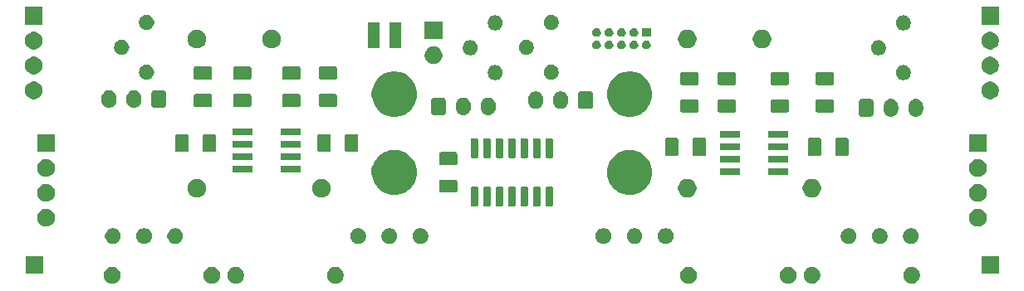
<source format=gts>
G04 #@! TF.GenerationSoftware,KiCad,Pcbnew,(5.1.5-0-10_14)*
G04 #@! TF.CreationDate,2020-01-15T18:19:52+08:00*
G04 #@! TF.ProjectId,vumeter-schematics,76756d65-7465-4722-9d73-6368656d6174,rev?*
G04 #@! TF.SameCoordinates,Original*
G04 #@! TF.FileFunction,Soldermask,Top*
G04 #@! TF.FilePolarity,Negative*
%FSLAX46Y46*%
G04 Gerber Fmt 4.6, Leading zero omitted, Abs format (unit mm)*
G04 Created by KiCad (PCBNEW (5.1.5-0-10_14)) date 2020-01-15 18:19:52*
%MOMM*%
%LPD*%
G04 APERTURE LIST*
%ADD10C,0.100000*%
G04 APERTURE END LIST*
D10*
G36*
X181673228Y-112686703D02*
G01*
X181828100Y-112750853D01*
X181967481Y-112843985D01*
X182086015Y-112962519D01*
X182179147Y-113101900D01*
X182243297Y-113256772D01*
X182276000Y-113421184D01*
X182276000Y-113588816D01*
X182243297Y-113753228D01*
X182179147Y-113908100D01*
X182086015Y-114047481D01*
X181967481Y-114166015D01*
X181828100Y-114259147D01*
X181673228Y-114323297D01*
X181508816Y-114356000D01*
X181341184Y-114356000D01*
X181176772Y-114323297D01*
X181021900Y-114259147D01*
X180882519Y-114166015D01*
X180763985Y-114047481D01*
X180670853Y-113908100D01*
X180606703Y-113753228D01*
X180574000Y-113588816D01*
X180574000Y-113421184D01*
X180606703Y-113256772D01*
X180670853Y-113101900D01*
X180763985Y-112962519D01*
X180882519Y-112843985D01*
X181021900Y-112750853D01*
X181176772Y-112686703D01*
X181341184Y-112654000D01*
X181508816Y-112654000D01*
X181673228Y-112686703D01*
G37*
G36*
X171513228Y-112686703D02*
G01*
X171668100Y-112750853D01*
X171807481Y-112843985D01*
X171926015Y-112962519D01*
X172019147Y-113101900D01*
X172083297Y-113256772D01*
X172116000Y-113421184D01*
X172116000Y-113588816D01*
X172083297Y-113753228D01*
X172019147Y-113908100D01*
X171926015Y-114047481D01*
X171807481Y-114166015D01*
X171668100Y-114259147D01*
X171513228Y-114323297D01*
X171348816Y-114356000D01*
X171181184Y-114356000D01*
X171016772Y-114323297D01*
X170861900Y-114259147D01*
X170722519Y-114166015D01*
X170603985Y-114047481D01*
X170510853Y-113908100D01*
X170446703Y-113753228D01*
X170414000Y-113588816D01*
X170414000Y-113421184D01*
X170446703Y-113256772D01*
X170510853Y-113101900D01*
X170603985Y-112962519D01*
X170722519Y-112843985D01*
X170861900Y-112750853D01*
X171016772Y-112686703D01*
X171181184Y-112654000D01*
X171348816Y-112654000D01*
X171513228Y-112686703D01*
G37*
G36*
X169083228Y-112686703D02*
G01*
X169238100Y-112750853D01*
X169377481Y-112843985D01*
X169496015Y-112962519D01*
X169589147Y-113101900D01*
X169653297Y-113256772D01*
X169686000Y-113421184D01*
X169686000Y-113588816D01*
X169653297Y-113753228D01*
X169589147Y-113908100D01*
X169496015Y-114047481D01*
X169377481Y-114166015D01*
X169238100Y-114259147D01*
X169083228Y-114323297D01*
X168918816Y-114356000D01*
X168751184Y-114356000D01*
X168586772Y-114323297D01*
X168431900Y-114259147D01*
X168292519Y-114166015D01*
X168173985Y-114047481D01*
X168080853Y-113908100D01*
X168016703Y-113753228D01*
X167984000Y-113588816D01*
X167984000Y-113421184D01*
X168016703Y-113256772D01*
X168080853Y-113101900D01*
X168173985Y-112962519D01*
X168292519Y-112843985D01*
X168431900Y-112750853D01*
X168586772Y-112686703D01*
X168751184Y-112654000D01*
X168918816Y-112654000D01*
X169083228Y-112686703D01*
G37*
G36*
X158923228Y-112686703D02*
G01*
X159078100Y-112750853D01*
X159217481Y-112843985D01*
X159336015Y-112962519D01*
X159429147Y-113101900D01*
X159493297Y-113256772D01*
X159526000Y-113421184D01*
X159526000Y-113588816D01*
X159493297Y-113753228D01*
X159429147Y-113908100D01*
X159336015Y-114047481D01*
X159217481Y-114166015D01*
X159078100Y-114259147D01*
X158923228Y-114323297D01*
X158758816Y-114356000D01*
X158591184Y-114356000D01*
X158426772Y-114323297D01*
X158271900Y-114259147D01*
X158132519Y-114166015D01*
X158013985Y-114047481D01*
X157920853Y-113908100D01*
X157856703Y-113753228D01*
X157824000Y-113588816D01*
X157824000Y-113421184D01*
X157856703Y-113256772D01*
X157920853Y-113101900D01*
X158013985Y-112962519D01*
X158132519Y-112843985D01*
X158271900Y-112750853D01*
X158426772Y-112686703D01*
X158591184Y-112654000D01*
X158758816Y-112654000D01*
X158923228Y-112686703D01*
G37*
G36*
X122923228Y-112686703D02*
G01*
X123078100Y-112750853D01*
X123217481Y-112843985D01*
X123336015Y-112962519D01*
X123429147Y-113101900D01*
X123493297Y-113256772D01*
X123526000Y-113421184D01*
X123526000Y-113588816D01*
X123493297Y-113753228D01*
X123429147Y-113908100D01*
X123336015Y-114047481D01*
X123217481Y-114166015D01*
X123078100Y-114259147D01*
X122923228Y-114323297D01*
X122758816Y-114356000D01*
X122591184Y-114356000D01*
X122426772Y-114323297D01*
X122271900Y-114259147D01*
X122132519Y-114166015D01*
X122013985Y-114047481D01*
X121920853Y-113908100D01*
X121856703Y-113753228D01*
X121824000Y-113588816D01*
X121824000Y-113421184D01*
X121856703Y-113256772D01*
X121920853Y-113101900D01*
X122013985Y-112962519D01*
X122132519Y-112843985D01*
X122271900Y-112750853D01*
X122426772Y-112686703D01*
X122591184Y-112654000D01*
X122758816Y-112654000D01*
X122923228Y-112686703D01*
G37*
G36*
X112763228Y-112686703D02*
G01*
X112918100Y-112750853D01*
X113057481Y-112843985D01*
X113176015Y-112962519D01*
X113269147Y-113101900D01*
X113333297Y-113256772D01*
X113366000Y-113421184D01*
X113366000Y-113588816D01*
X113333297Y-113753228D01*
X113269147Y-113908100D01*
X113176015Y-114047481D01*
X113057481Y-114166015D01*
X112918100Y-114259147D01*
X112763228Y-114323297D01*
X112598816Y-114356000D01*
X112431184Y-114356000D01*
X112266772Y-114323297D01*
X112111900Y-114259147D01*
X111972519Y-114166015D01*
X111853985Y-114047481D01*
X111760853Y-113908100D01*
X111696703Y-113753228D01*
X111664000Y-113588816D01*
X111664000Y-113421184D01*
X111696703Y-113256772D01*
X111760853Y-113101900D01*
X111853985Y-112962519D01*
X111972519Y-112843985D01*
X112111900Y-112750853D01*
X112266772Y-112686703D01*
X112431184Y-112654000D01*
X112598816Y-112654000D01*
X112763228Y-112686703D01*
G37*
G36*
X110333228Y-112686703D02*
G01*
X110488100Y-112750853D01*
X110627481Y-112843985D01*
X110746015Y-112962519D01*
X110839147Y-113101900D01*
X110903297Y-113256772D01*
X110936000Y-113421184D01*
X110936000Y-113588816D01*
X110903297Y-113753228D01*
X110839147Y-113908100D01*
X110746015Y-114047481D01*
X110627481Y-114166015D01*
X110488100Y-114259147D01*
X110333228Y-114323297D01*
X110168816Y-114356000D01*
X110001184Y-114356000D01*
X109836772Y-114323297D01*
X109681900Y-114259147D01*
X109542519Y-114166015D01*
X109423985Y-114047481D01*
X109330853Y-113908100D01*
X109266703Y-113753228D01*
X109234000Y-113588816D01*
X109234000Y-113421184D01*
X109266703Y-113256772D01*
X109330853Y-113101900D01*
X109423985Y-112962519D01*
X109542519Y-112843985D01*
X109681900Y-112750853D01*
X109836772Y-112686703D01*
X110001184Y-112654000D01*
X110168816Y-112654000D01*
X110333228Y-112686703D01*
G37*
G36*
X100173228Y-112686703D02*
G01*
X100328100Y-112750853D01*
X100467481Y-112843985D01*
X100586015Y-112962519D01*
X100679147Y-113101900D01*
X100743297Y-113256772D01*
X100776000Y-113421184D01*
X100776000Y-113588816D01*
X100743297Y-113753228D01*
X100679147Y-113908100D01*
X100586015Y-114047481D01*
X100467481Y-114166015D01*
X100328100Y-114259147D01*
X100173228Y-114323297D01*
X100008816Y-114356000D01*
X99841184Y-114356000D01*
X99676772Y-114323297D01*
X99521900Y-114259147D01*
X99382519Y-114166015D01*
X99263985Y-114047481D01*
X99170853Y-113908100D01*
X99106703Y-113753228D01*
X99074000Y-113588816D01*
X99074000Y-113421184D01*
X99106703Y-113256772D01*
X99170853Y-113101900D01*
X99263985Y-112962519D01*
X99382519Y-112843985D01*
X99521900Y-112750853D01*
X99676772Y-112686703D01*
X99841184Y-112654000D01*
X100008816Y-112654000D01*
X100173228Y-112686703D01*
G37*
G36*
X92900000Y-113352000D02*
G01*
X91098000Y-113352000D01*
X91098000Y-111550000D01*
X92900000Y-111550000D01*
X92900000Y-113352000D01*
G37*
G36*
X190326000Y-113352000D02*
G01*
X188524000Y-113352000D01*
X188524000Y-111550000D01*
X190326000Y-111550000D01*
X190326000Y-113352000D01*
G37*
G36*
X103331384Y-108713802D02*
G01*
X103408818Y-108729205D01*
X103554700Y-108789631D01*
X103685990Y-108877356D01*
X103797644Y-108989010D01*
X103885369Y-109120300D01*
X103945795Y-109266182D01*
X103976600Y-109421049D01*
X103976600Y-109578951D01*
X103945795Y-109733818D01*
X103885369Y-109879700D01*
X103797644Y-110010990D01*
X103685990Y-110122644D01*
X103554700Y-110210369D01*
X103408818Y-110270795D01*
X103331385Y-110286197D01*
X103253952Y-110301600D01*
X103096048Y-110301600D01*
X103018615Y-110286197D01*
X102941182Y-110270795D01*
X102795300Y-110210369D01*
X102664010Y-110122644D01*
X102552356Y-110010990D01*
X102464631Y-109879700D01*
X102404205Y-109733818D01*
X102373400Y-109578951D01*
X102373400Y-109421049D01*
X102404205Y-109266182D01*
X102464631Y-109120300D01*
X102552356Y-108989010D01*
X102664010Y-108877356D01*
X102795300Y-108789631D01*
X102941182Y-108729205D01*
X103018616Y-108713802D01*
X103096048Y-108698400D01*
X103253952Y-108698400D01*
X103331384Y-108713802D01*
G37*
G36*
X100156384Y-108713802D02*
G01*
X100233818Y-108729205D01*
X100379700Y-108789631D01*
X100510990Y-108877356D01*
X100622644Y-108989010D01*
X100710369Y-109120300D01*
X100770795Y-109266182D01*
X100801600Y-109421049D01*
X100801600Y-109578951D01*
X100770795Y-109733818D01*
X100710369Y-109879700D01*
X100622644Y-110010990D01*
X100510990Y-110122644D01*
X100379700Y-110210369D01*
X100233818Y-110270795D01*
X100156385Y-110286197D01*
X100078952Y-110301600D01*
X99921048Y-110301600D01*
X99843615Y-110286197D01*
X99766182Y-110270795D01*
X99620300Y-110210369D01*
X99489010Y-110122644D01*
X99377356Y-110010990D01*
X99289631Y-109879700D01*
X99229205Y-109733818D01*
X99198400Y-109578951D01*
X99198400Y-109421049D01*
X99229205Y-109266182D01*
X99289631Y-109120300D01*
X99377356Y-108989010D01*
X99489010Y-108877356D01*
X99620300Y-108789631D01*
X99766182Y-108729205D01*
X99843616Y-108713802D01*
X99921048Y-108698400D01*
X100078952Y-108698400D01*
X100156384Y-108713802D01*
G37*
G36*
X106506384Y-108713802D02*
G01*
X106583818Y-108729205D01*
X106729700Y-108789631D01*
X106860990Y-108877356D01*
X106972644Y-108989010D01*
X107060369Y-109120300D01*
X107120795Y-109266182D01*
X107151600Y-109421049D01*
X107151600Y-109578951D01*
X107120795Y-109733818D01*
X107060369Y-109879700D01*
X106972644Y-110010990D01*
X106860990Y-110122644D01*
X106729700Y-110210369D01*
X106583818Y-110270795D01*
X106506385Y-110286197D01*
X106428952Y-110301600D01*
X106271048Y-110301600D01*
X106193615Y-110286197D01*
X106116182Y-110270795D01*
X105970300Y-110210369D01*
X105839010Y-110122644D01*
X105727356Y-110010990D01*
X105639631Y-109879700D01*
X105579205Y-109733818D01*
X105548400Y-109578951D01*
X105548400Y-109421049D01*
X105579205Y-109266182D01*
X105639631Y-109120300D01*
X105727356Y-108989010D01*
X105839010Y-108877356D01*
X105970300Y-108789631D01*
X106116182Y-108729205D01*
X106193616Y-108713802D01*
X106271048Y-108698400D01*
X106428952Y-108698400D01*
X106506384Y-108713802D01*
G37*
G36*
X125156384Y-108713802D02*
G01*
X125233818Y-108729205D01*
X125379700Y-108789631D01*
X125510990Y-108877356D01*
X125622644Y-108989010D01*
X125710369Y-109120300D01*
X125770795Y-109266182D01*
X125801600Y-109421049D01*
X125801600Y-109578951D01*
X125770795Y-109733818D01*
X125710369Y-109879700D01*
X125622644Y-110010990D01*
X125510990Y-110122644D01*
X125379700Y-110210369D01*
X125233818Y-110270795D01*
X125156385Y-110286197D01*
X125078952Y-110301600D01*
X124921048Y-110301600D01*
X124843615Y-110286197D01*
X124766182Y-110270795D01*
X124620300Y-110210369D01*
X124489010Y-110122644D01*
X124377356Y-110010990D01*
X124289631Y-109879700D01*
X124229205Y-109733818D01*
X124198400Y-109578951D01*
X124198400Y-109421049D01*
X124229205Y-109266182D01*
X124289631Y-109120300D01*
X124377356Y-108989010D01*
X124489010Y-108877356D01*
X124620300Y-108789631D01*
X124766182Y-108729205D01*
X124843616Y-108713802D01*
X124921048Y-108698400D01*
X125078952Y-108698400D01*
X125156384Y-108713802D01*
G37*
G36*
X128331384Y-108713802D02*
G01*
X128408818Y-108729205D01*
X128554700Y-108789631D01*
X128685990Y-108877356D01*
X128797644Y-108989010D01*
X128885369Y-109120300D01*
X128945795Y-109266182D01*
X128976600Y-109421049D01*
X128976600Y-109578951D01*
X128945795Y-109733818D01*
X128885369Y-109879700D01*
X128797644Y-110010990D01*
X128685990Y-110122644D01*
X128554700Y-110210369D01*
X128408818Y-110270795D01*
X128331385Y-110286197D01*
X128253952Y-110301600D01*
X128096048Y-110301600D01*
X128018615Y-110286197D01*
X127941182Y-110270795D01*
X127795300Y-110210369D01*
X127664010Y-110122644D01*
X127552356Y-110010990D01*
X127464631Y-109879700D01*
X127404205Y-109733818D01*
X127373400Y-109578951D01*
X127373400Y-109421049D01*
X127404205Y-109266182D01*
X127464631Y-109120300D01*
X127552356Y-108989010D01*
X127664010Y-108877356D01*
X127795300Y-108789631D01*
X127941182Y-108729205D01*
X128018616Y-108713802D01*
X128096048Y-108698400D01*
X128253952Y-108698400D01*
X128331384Y-108713802D01*
G37*
G36*
X131506384Y-108713802D02*
G01*
X131583818Y-108729205D01*
X131729700Y-108789631D01*
X131860990Y-108877356D01*
X131972644Y-108989010D01*
X132060369Y-109120300D01*
X132120795Y-109266182D01*
X132151600Y-109421049D01*
X132151600Y-109578951D01*
X132120795Y-109733818D01*
X132060369Y-109879700D01*
X131972644Y-110010990D01*
X131860990Y-110122644D01*
X131729700Y-110210369D01*
X131583818Y-110270795D01*
X131506385Y-110286197D01*
X131428952Y-110301600D01*
X131271048Y-110301600D01*
X131193615Y-110286197D01*
X131116182Y-110270795D01*
X130970300Y-110210369D01*
X130839010Y-110122644D01*
X130727356Y-110010990D01*
X130639631Y-109879700D01*
X130579205Y-109733818D01*
X130548400Y-109578951D01*
X130548400Y-109421049D01*
X130579205Y-109266182D01*
X130639631Y-109120300D01*
X130727356Y-108989010D01*
X130839010Y-108877356D01*
X130970300Y-108789631D01*
X131116182Y-108729205D01*
X131193616Y-108713802D01*
X131271048Y-108698400D01*
X131428952Y-108698400D01*
X131506384Y-108713802D01*
G37*
G36*
X150156384Y-108713802D02*
G01*
X150233818Y-108729205D01*
X150379700Y-108789631D01*
X150510990Y-108877356D01*
X150622644Y-108989010D01*
X150710369Y-109120300D01*
X150770795Y-109266182D01*
X150801600Y-109421049D01*
X150801600Y-109578951D01*
X150770795Y-109733818D01*
X150710369Y-109879700D01*
X150622644Y-110010990D01*
X150510990Y-110122644D01*
X150379700Y-110210369D01*
X150233818Y-110270795D01*
X150156385Y-110286197D01*
X150078952Y-110301600D01*
X149921048Y-110301600D01*
X149843615Y-110286197D01*
X149766182Y-110270795D01*
X149620300Y-110210369D01*
X149489010Y-110122644D01*
X149377356Y-110010990D01*
X149289631Y-109879700D01*
X149229205Y-109733818D01*
X149198400Y-109578951D01*
X149198400Y-109421049D01*
X149229205Y-109266182D01*
X149289631Y-109120300D01*
X149377356Y-108989010D01*
X149489010Y-108877356D01*
X149620300Y-108789631D01*
X149766182Y-108729205D01*
X149843616Y-108713802D01*
X149921048Y-108698400D01*
X150078952Y-108698400D01*
X150156384Y-108713802D01*
G37*
G36*
X153331384Y-108713802D02*
G01*
X153408818Y-108729205D01*
X153554700Y-108789631D01*
X153685990Y-108877356D01*
X153797644Y-108989010D01*
X153885369Y-109120300D01*
X153945795Y-109266182D01*
X153976600Y-109421049D01*
X153976600Y-109578951D01*
X153945795Y-109733818D01*
X153885369Y-109879700D01*
X153797644Y-110010990D01*
X153685990Y-110122644D01*
X153554700Y-110210369D01*
X153408818Y-110270795D01*
X153331385Y-110286197D01*
X153253952Y-110301600D01*
X153096048Y-110301600D01*
X153018615Y-110286197D01*
X152941182Y-110270795D01*
X152795300Y-110210369D01*
X152664010Y-110122644D01*
X152552356Y-110010990D01*
X152464631Y-109879700D01*
X152404205Y-109733818D01*
X152373400Y-109578951D01*
X152373400Y-109421049D01*
X152404205Y-109266182D01*
X152464631Y-109120300D01*
X152552356Y-108989010D01*
X152664010Y-108877356D01*
X152795300Y-108789631D01*
X152941182Y-108729205D01*
X153018616Y-108713802D01*
X153096048Y-108698400D01*
X153253952Y-108698400D01*
X153331384Y-108713802D01*
G37*
G36*
X156506384Y-108713802D02*
G01*
X156583818Y-108729205D01*
X156729700Y-108789631D01*
X156860990Y-108877356D01*
X156972644Y-108989010D01*
X157060369Y-109120300D01*
X157120795Y-109266182D01*
X157151600Y-109421049D01*
X157151600Y-109578951D01*
X157120795Y-109733818D01*
X157060369Y-109879700D01*
X156972644Y-110010990D01*
X156860990Y-110122644D01*
X156729700Y-110210369D01*
X156583818Y-110270795D01*
X156506385Y-110286197D01*
X156428952Y-110301600D01*
X156271048Y-110301600D01*
X156193615Y-110286197D01*
X156116182Y-110270795D01*
X155970300Y-110210369D01*
X155839010Y-110122644D01*
X155727356Y-110010990D01*
X155639631Y-109879700D01*
X155579205Y-109733818D01*
X155548400Y-109578951D01*
X155548400Y-109421049D01*
X155579205Y-109266182D01*
X155639631Y-109120300D01*
X155727356Y-108989010D01*
X155839010Y-108877356D01*
X155970300Y-108789631D01*
X156116182Y-108729205D01*
X156193616Y-108713802D01*
X156271048Y-108698400D01*
X156428952Y-108698400D01*
X156506384Y-108713802D01*
G37*
G36*
X175156384Y-108713802D02*
G01*
X175233818Y-108729205D01*
X175379700Y-108789631D01*
X175510990Y-108877356D01*
X175622644Y-108989010D01*
X175710369Y-109120300D01*
X175770795Y-109266182D01*
X175801600Y-109421049D01*
X175801600Y-109578951D01*
X175770795Y-109733818D01*
X175710369Y-109879700D01*
X175622644Y-110010990D01*
X175510990Y-110122644D01*
X175379700Y-110210369D01*
X175233818Y-110270795D01*
X175156385Y-110286197D01*
X175078952Y-110301600D01*
X174921048Y-110301600D01*
X174843615Y-110286197D01*
X174766182Y-110270795D01*
X174620300Y-110210369D01*
X174489010Y-110122644D01*
X174377356Y-110010990D01*
X174289631Y-109879700D01*
X174229205Y-109733818D01*
X174198400Y-109578951D01*
X174198400Y-109421049D01*
X174229205Y-109266182D01*
X174289631Y-109120300D01*
X174377356Y-108989010D01*
X174489010Y-108877356D01*
X174620300Y-108789631D01*
X174766182Y-108729205D01*
X174843616Y-108713802D01*
X174921048Y-108698400D01*
X175078952Y-108698400D01*
X175156384Y-108713802D01*
G37*
G36*
X178331384Y-108713802D02*
G01*
X178408818Y-108729205D01*
X178554700Y-108789631D01*
X178685990Y-108877356D01*
X178797644Y-108989010D01*
X178885369Y-109120300D01*
X178945795Y-109266182D01*
X178976600Y-109421049D01*
X178976600Y-109578951D01*
X178945795Y-109733818D01*
X178885369Y-109879700D01*
X178797644Y-110010990D01*
X178685990Y-110122644D01*
X178554700Y-110210369D01*
X178408818Y-110270795D01*
X178331385Y-110286197D01*
X178253952Y-110301600D01*
X178096048Y-110301600D01*
X178018615Y-110286197D01*
X177941182Y-110270795D01*
X177795300Y-110210369D01*
X177664010Y-110122644D01*
X177552356Y-110010990D01*
X177464631Y-109879700D01*
X177404205Y-109733818D01*
X177373400Y-109578951D01*
X177373400Y-109421049D01*
X177404205Y-109266182D01*
X177464631Y-109120300D01*
X177552356Y-108989010D01*
X177664010Y-108877356D01*
X177795300Y-108789631D01*
X177941182Y-108729205D01*
X178018616Y-108713802D01*
X178096048Y-108698400D01*
X178253952Y-108698400D01*
X178331384Y-108713802D01*
G37*
G36*
X181506384Y-108713802D02*
G01*
X181583818Y-108729205D01*
X181729700Y-108789631D01*
X181860990Y-108877356D01*
X181972644Y-108989010D01*
X182060369Y-109120300D01*
X182120795Y-109266182D01*
X182151600Y-109421049D01*
X182151600Y-109578951D01*
X182120795Y-109733818D01*
X182060369Y-109879700D01*
X181972644Y-110010990D01*
X181860990Y-110122644D01*
X181729700Y-110210369D01*
X181583818Y-110270795D01*
X181506385Y-110286197D01*
X181428952Y-110301600D01*
X181271048Y-110301600D01*
X181193615Y-110286197D01*
X181116182Y-110270795D01*
X180970300Y-110210369D01*
X180839010Y-110122644D01*
X180727356Y-110010990D01*
X180639631Y-109879700D01*
X180579205Y-109733818D01*
X180548400Y-109578951D01*
X180548400Y-109421049D01*
X180579205Y-109266182D01*
X180639631Y-109120300D01*
X180727356Y-108989010D01*
X180839010Y-108877356D01*
X180970300Y-108789631D01*
X181116182Y-108729205D01*
X181193616Y-108713802D01*
X181271048Y-108698400D01*
X181428952Y-108698400D01*
X181506384Y-108713802D01*
G37*
G36*
X93288512Y-106728927D02*
G01*
X93437812Y-106758624D01*
X93601784Y-106826544D01*
X93749354Y-106925147D01*
X93874853Y-107050646D01*
X93973456Y-107198216D01*
X94041376Y-107362188D01*
X94076000Y-107536259D01*
X94076000Y-107713741D01*
X94041376Y-107887812D01*
X93973456Y-108051784D01*
X93874853Y-108199354D01*
X93749354Y-108324853D01*
X93601784Y-108423456D01*
X93437812Y-108491376D01*
X93288512Y-108521073D01*
X93263742Y-108526000D01*
X93086258Y-108526000D01*
X93061488Y-108521073D01*
X92912188Y-108491376D01*
X92748216Y-108423456D01*
X92600646Y-108324853D01*
X92475147Y-108199354D01*
X92376544Y-108051784D01*
X92308624Y-107887812D01*
X92274000Y-107713741D01*
X92274000Y-107536259D01*
X92308624Y-107362188D01*
X92376544Y-107198216D01*
X92475147Y-107050646D01*
X92600646Y-106925147D01*
X92748216Y-106826544D01*
X92912188Y-106758624D01*
X93061488Y-106728927D01*
X93086258Y-106724000D01*
X93263742Y-106724000D01*
X93288512Y-106728927D01*
G37*
G36*
X188288512Y-106728927D02*
G01*
X188437812Y-106758624D01*
X188601784Y-106826544D01*
X188749354Y-106925147D01*
X188874853Y-107050646D01*
X188973456Y-107198216D01*
X189041376Y-107362188D01*
X189076000Y-107536259D01*
X189076000Y-107713741D01*
X189041376Y-107887812D01*
X188973456Y-108051784D01*
X188874853Y-108199354D01*
X188749354Y-108324853D01*
X188601784Y-108423456D01*
X188437812Y-108491376D01*
X188288512Y-108521073D01*
X188263742Y-108526000D01*
X188086258Y-108526000D01*
X188061488Y-108521073D01*
X187912188Y-108491376D01*
X187748216Y-108423456D01*
X187600646Y-108324853D01*
X187475147Y-108199354D01*
X187376544Y-108051784D01*
X187308624Y-107887812D01*
X187274000Y-107713741D01*
X187274000Y-107536259D01*
X187308624Y-107362188D01*
X187376544Y-107198216D01*
X187475147Y-107050646D01*
X187600646Y-106925147D01*
X187748216Y-106826544D01*
X187912188Y-106758624D01*
X188061488Y-106728927D01*
X188086258Y-106724000D01*
X188263742Y-106724000D01*
X188288512Y-106728927D01*
G37*
G36*
X144744928Y-104456764D02*
G01*
X144766009Y-104463160D01*
X144785445Y-104473548D01*
X144802476Y-104487524D01*
X144816452Y-104504555D01*
X144826840Y-104523991D01*
X144833236Y-104545072D01*
X144836000Y-104573140D01*
X144836000Y-106386860D01*
X144833236Y-106414928D01*
X144826840Y-106436009D01*
X144816452Y-106455445D01*
X144802476Y-106472476D01*
X144785445Y-106486452D01*
X144766009Y-106496840D01*
X144744928Y-106503236D01*
X144716860Y-106506000D01*
X144253140Y-106506000D01*
X144225072Y-106503236D01*
X144203991Y-106496840D01*
X144184555Y-106486452D01*
X144167524Y-106472476D01*
X144153548Y-106455445D01*
X144143160Y-106436009D01*
X144136764Y-106414928D01*
X144134000Y-106386860D01*
X144134000Y-104573140D01*
X144136764Y-104545072D01*
X144143160Y-104523991D01*
X144153548Y-104504555D01*
X144167524Y-104487524D01*
X144184555Y-104473548D01*
X144203991Y-104463160D01*
X144225072Y-104456764D01*
X144253140Y-104454000D01*
X144716860Y-104454000D01*
X144744928Y-104456764D01*
G37*
G36*
X143474928Y-104456764D02*
G01*
X143496009Y-104463160D01*
X143515445Y-104473548D01*
X143532476Y-104487524D01*
X143546452Y-104504555D01*
X143556840Y-104523991D01*
X143563236Y-104545072D01*
X143566000Y-104573140D01*
X143566000Y-106386860D01*
X143563236Y-106414928D01*
X143556840Y-106436009D01*
X143546452Y-106455445D01*
X143532476Y-106472476D01*
X143515445Y-106486452D01*
X143496009Y-106496840D01*
X143474928Y-106503236D01*
X143446860Y-106506000D01*
X142983140Y-106506000D01*
X142955072Y-106503236D01*
X142933991Y-106496840D01*
X142914555Y-106486452D01*
X142897524Y-106472476D01*
X142883548Y-106455445D01*
X142873160Y-106436009D01*
X142866764Y-106414928D01*
X142864000Y-106386860D01*
X142864000Y-104573140D01*
X142866764Y-104545072D01*
X142873160Y-104523991D01*
X142883548Y-104504555D01*
X142897524Y-104487524D01*
X142914555Y-104473548D01*
X142933991Y-104463160D01*
X142955072Y-104456764D01*
X142983140Y-104454000D01*
X143446860Y-104454000D01*
X143474928Y-104456764D01*
G37*
G36*
X142204928Y-104456764D02*
G01*
X142226009Y-104463160D01*
X142245445Y-104473548D01*
X142262476Y-104487524D01*
X142276452Y-104504555D01*
X142286840Y-104523991D01*
X142293236Y-104545072D01*
X142296000Y-104573140D01*
X142296000Y-106386860D01*
X142293236Y-106414928D01*
X142286840Y-106436009D01*
X142276452Y-106455445D01*
X142262476Y-106472476D01*
X142245445Y-106486452D01*
X142226009Y-106496840D01*
X142204928Y-106503236D01*
X142176860Y-106506000D01*
X141713140Y-106506000D01*
X141685072Y-106503236D01*
X141663991Y-106496840D01*
X141644555Y-106486452D01*
X141627524Y-106472476D01*
X141613548Y-106455445D01*
X141603160Y-106436009D01*
X141596764Y-106414928D01*
X141594000Y-106386860D01*
X141594000Y-104573140D01*
X141596764Y-104545072D01*
X141603160Y-104523991D01*
X141613548Y-104504555D01*
X141627524Y-104487524D01*
X141644555Y-104473548D01*
X141663991Y-104463160D01*
X141685072Y-104456764D01*
X141713140Y-104454000D01*
X142176860Y-104454000D01*
X142204928Y-104456764D01*
G37*
G36*
X140934928Y-104456764D02*
G01*
X140956009Y-104463160D01*
X140975445Y-104473548D01*
X140992476Y-104487524D01*
X141006452Y-104504555D01*
X141016840Y-104523991D01*
X141023236Y-104545072D01*
X141026000Y-104573140D01*
X141026000Y-106386860D01*
X141023236Y-106414928D01*
X141016840Y-106436009D01*
X141006452Y-106455445D01*
X140992476Y-106472476D01*
X140975445Y-106486452D01*
X140956009Y-106496840D01*
X140934928Y-106503236D01*
X140906860Y-106506000D01*
X140443140Y-106506000D01*
X140415072Y-106503236D01*
X140393991Y-106496840D01*
X140374555Y-106486452D01*
X140357524Y-106472476D01*
X140343548Y-106455445D01*
X140333160Y-106436009D01*
X140326764Y-106414928D01*
X140324000Y-106386860D01*
X140324000Y-104573140D01*
X140326764Y-104545072D01*
X140333160Y-104523991D01*
X140343548Y-104504555D01*
X140357524Y-104487524D01*
X140374555Y-104473548D01*
X140393991Y-104463160D01*
X140415072Y-104456764D01*
X140443140Y-104454000D01*
X140906860Y-104454000D01*
X140934928Y-104456764D01*
G37*
G36*
X139664928Y-104456764D02*
G01*
X139686009Y-104463160D01*
X139705445Y-104473548D01*
X139722476Y-104487524D01*
X139736452Y-104504555D01*
X139746840Y-104523991D01*
X139753236Y-104545072D01*
X139756000Y-104573140D01*
X139756000Y-106386860D01*
X139753236Y-106414928D01*
X139746840Y-106436009D01*
X139736452Y-106455445D01*
X139722476Y-106472476D01*
X139705445Y-106486452D01*
X139686009Y-106496840D01*
X139664928Y-106503236D01*
X139636860Y-106506000D01*
X139173140Y-106506000D01*
X139145072Y-106503236D01*
X139123991Y-106496840D01*
X139104555Y-106486452D01*
X139087524Y-106472476D01*
X139073548Y-106455445D01*
X139063160Y-106436009D01*
X139056764Y-106414928D01*
X139054000Y-106386860D01*
X139054000Y-104573140D01*
X139056764Y-104545072D01*
X139063160Y-104523991D01*
X139073548Y-104504555D01*
X139087524Y-104487524D01*
X139104555Y-104473548D01*
X139123991Y-104463160D01*
X139145072Y-104456764D01*
X139173140Y-104454000D01*
X139636860Y-104454000D01*
X139664928Y-104456764D01*
G37*
G36*
X138394928Y-104456764D02*
G01*
X138416009Y-104463160D01*
X138435445Y-104473548D01*
X138452476Y-104487524D01*
X138466452Y-104504555D01*
X138476840Y-104523991D01*
X138483236Y-104545072D01*
X138486000Y-104573140D01*
X138486000Y-106386860D01*
X138483236Y-106414928D01*
X138476840Y-106436009D01*
X138466452Y-106455445D01*
X138452476Y-106472476D01*
X138435445Y-106486452D01*
X138416009Y-106496840D01*
X138394928Y-106503236D01*
X138366860Y-106506000D01*
X137903140Y-106506000D01*
X137875072Y-106503236D01*
X137853991Y-106496840D01*
X137834555Y-106486452D01*
X137817524Y-106472476D01*
X137803548Y-106455445D01*
X137793160Y-106436009D01*
X137786764Y-106414928D01*
X137784000Y-106386860D01*
X137784000Y-104573140D01*
X137786764Y-104545072D01*
X137793160Y-104523991D01*
X137803548Y-104504555D01*
X137817524Y-104487524D01*
X137834555Y-104473548D01*
X137853991Y-104463160D01*
X137875072Y-104456764D01*
X137903140Y-104454000D01*
X138366860Y-104454000D01*
X138394928Y-104456764D01*
G37*
G36*
X137124928Y-104456764D02*
G01*
X137146009Y-104463160D01*
X137165445Y-104473548D01*
X137182476Y-104487524D01*
X137196452Y-104504555D01*
X137206840Y-104523991D01*
X137213236Y-104545072D01*
X137216000Y-104573140D01*
X137216000Y-106386860D01*
X137213236Y-106414928D01*
X137206840Y-106436009D01*
X137196452Y-106455445D01*
X137182476Y-106472476D01*
X137165445Y-106486452D01*
X137146009Y-106496840D01*
X137124928Y-106503236D01*
X137096860Y-106506000D01*
X136633140Y-106506000D01*
X136605072Y-106503236D01*
X136583991Y-106496840D01*
X136564555Y-106486452D01*
X136547524Y-106472476D01*
X136533548Y-106455445D01*
X136523160Y-106436009D01*
X136516764Y-106414928D01*
X136514000Y-106386860D01*
X136514000Y-104573140D01*
X136516764Y-104545072D01*
X136523160Y-104523991D01*
X136533548Y-104504555D01*
X136547524Y-104487524D01*
X136564555Y-104473548D01*
X136583991Y-104463160D01*
X136605072Y-104456764D01*
X136633140Y-104454000D01*
X137096860Y-104454000D01*
X137124928Y-104456764D01*
G37*
G36*
X93288512Y-104188927D02*
G01*
X93437812Y-104218624D01*
X93601784Y-104286544D01*
X93749354Y-104385147D01*
X93874853Y-104510646D01*
X93973456Y-104658216D01*
X94041376Y-104822188D01*
X94076000Y-104996259D01*
X94076000Y-105173741D01*
X94041376Y-105347812D01*
X93973456Y-105511784D01*
X93874853Y-105659354D01*
X93749354Y-105784853D01*
X93601784Y-105883456D01*
X93437812Y-105951376D01*
X93288512Y-105981073D01*
X93263742Y-105986000D01*
X93086258Y-105986000D01*
X93061488Y-105981073D01*
X92912188Y-105951376D01*
X92748216Y-105883456D01*
X92600646Y-105784853D01*
X92475147Y-105659354D01*
X92376544Y-105511784D01*
X92308624Y-105347812D01*
X92274000Y-105173741D01*
X92274000Y-104996259D01*
X92308624Y-104822188D01*
X92376544Y-104658216D01*
X92475147Y-104510646D01*
X92600646Y-104385147D01*
X92748216Y-104286544D01*
X92912188Y-104218624D01*
X93061488Y-104188927D01*
X93086258Y-104184000D01*
X93263742Y-104184000D01*
X93288512Y-104188927D01*
G37*
G36*
X188288512Y-104188927D02*
G01*
X188437812Y-104218624D01*
X188601784Y-104286544D01*
X188749354Y-104385147D01*
X188874853Y-104510646D01*
X188973456Y-104658216D01*
X189041376Y-104822188D01*
X189076000Y-104996259D01*
X189076000Y-105173741D01*
X189041376Y-105347812D01*
X188973456Y-105511784D01*
X188874853Y-105659354D01*
X188749354Y-105784853D01*
X188601784Y-105883456D01*
X188437812Y-105951376D01*
X188288512Y-105981073D01*
X188263742Y-105986000D01*
X188086258Y-105986000D01*
X188061488Y-105981073D01*
X187912188Y-105951376D01*
X187748216Y-105883456D01*
X187600646Y-105784853D01*
X187475147Y-105659354D01*
X187376544Y-105511784D01*
X187308624Y-105347812D01*
X187274000Y-105173741D01*
X187274000Y-104996259D01*
X187308624Y-104822188D01*
X187376544Y-104658216D01*
X187475147Y-104510646D01*
X187600646Y-104385147D01*
X187748216Y-104286544D01*
X187912188Y-104218624D01*
X188061488Y-104188927D01*
X188086258Y-104184000D01*
X188263742Y-104184000D01*
X188288512Y-104188927D01*
G37*
G36*
X121527395Y-103705546D02*
G01*
X121700466Y-103777234D01*
X121700467Y-103777235D01*
X121856227Y-103881310D01*
X121988690Y-104013773D01*
X121988691Y-104013775D01*
X122092766Y-104169534D01*
X122164454Y-104342605D01*
X122201000Y-104526333D01*
X122201000Y-104713667D01*
X122164454Y-104897395D01*
X122092766Y-105070466D01*
X122092765Y-105070467D01*
X121988690Y-105226227D01*
X121856227Y-105358690D01*
X121777818Y-105411081D01*
X121700466Y-105462766D01*
X121527395Y-105534454D01*
X121343667Y-105571000D01*
X121156333Y-105571000D01*
X120972605Y-105534454D01*
X120799534Y-105462766D01*
X120722182Y-105411081D01*
X120643773Y-105358690D01*
X120511310Y-105226227D01*
X120407235Y-105070467D01*
X120407234Y-105070466D01*
X120335546Y-104897395D01*
X120299000Y-104713667D01*
X120299000Y-104526333D01*
X120335546Y-104342605D01*
X120407234Y-104169534D01*
X120511309Y-104013775D01*
X120511310Y-104013773D01*
X120643773Y-103881310D01*
X120799533Y-103777235D01*
X120799534Y-103777234D01*
X120972605Y-103705546D01*
X121156333Y-103669000D01*
X121343667Y-103669000D01*
X121527395Y-103705546D01*
G37*
G36*
X108827395Y-103705546D02*
G01*
X109000466Y-103777234D01*
X109000467Y-103777235D01*
X109156227Y-103881310D01*
X109288690Y-104013773D01*
X109288691Y-104013775D01*
X109392766Y-104169534D01*
X109464454Y-104342605D01*
X109501000Y-104526333D01*
X109501000Y-104713667D01*
X109464454Y-104897395D01*
X109392766Y-105070466D01*
X109392765Y-105070467D01*
X109288690Y-105226227D01*
X109156227Y-105358690D01*
X109077818Y-105411081D01*
X109000466Y-105462766D01*
X108827395Y-105534454D01*
X108643667Y-105571000D01*
X108456333Y-105571000D01*
X108272605Y-105534454D01*
X108099534Y-105462766D01*
X108022182Y-105411081D01*
X107943773Y-105358690D01*
X107811310Y-105226227D01*
X107707235Y-105070467D01*
X107707234Y-105070466D01*
X107635546Y-104897395D01*
X107599000Y-104713667D01*
X107599000Y-104526333D01*
X107635546Y-104342605D01*
X107707234Y-104169534D01*
X107811309Y-104013775D01*
X107811310Y-104013773D01*
X107943773Y-103881310D01*
X108099533Y-103777235D01*
X108099534Y-103777234D01*
X108272605Y-103705546D01*
X108456333Y-103669000D01*
X108643667Y-103669000D01*
X108827395Y-103705546D01*
G37*
G36*
X158827395Y-103705546D02*
G01*
X159000466Y-103777234D01*
X159000467Y-103777235D01*
X159156227Y-103881310D01*
X159288690Y-104013773D01*
X159288691Y-104013775D01*
X159392766Y-104169534D01*
X159464454Y-104342605D01*
X159501000Y-104526333D01*
X159501000Y-104713667D01*
X159464454Y-104897395D01*
X159392766Y-105070466D01*
X159392765Y-105070467D01*
X159288690Y-105226227D01*
X159156227Y-105358690D01*
X159077818Y-105411081D01*
X159000466Y-105462766D01*
X158827395Y-105534454D01*
X158643667Y-105571000D01*
X158456333Y-105571000D01*
X158272605Y-105534454D01*
X158099534Y-105462766D01*
X158022182Y-105411081D01*
X157943773Y-105358690D01*
X157811310Y-105226227D01*
X157707235Y-105070467D01*
X157707234Y-105070466D01*
X157635546Y-104897395D01*
X157599000Y-104713667D01*
X157599000Y-104526333D01*
X157635546Y-104342605D01*
X157707234Y-104169534D01*
X157811309Y-104013775D01*
X157811310Y-104013773D01*
X157943773Y-103881310D01*
X158099533Y-103777235D01*
X158099534Y-103777234D01*
X158272605Y-103705546D01*
X158456333Y-103669000D01*
X158643667Y-103669000D01*
X158827395Y-103705546D01*
G37*
G36*
X171527395Y-103705546D02*
G01*
X171700466Y-103777234D01*
X171700467Y-103777235D01*
X171856227Y-103881310D01*
X171988690Y-104013773D01*
X171988691Y-104013775D01*
X172092766Y-104169534D01*
X172164454Y-104342605D01*
X172201000Y-104526333D01*
X172201000Y-104713667D01*
X172164454Y-104897395D01*
X172092766Y-105070466D01*
X172092765Y-105070467D01*
X171988690Y-105226227D01*
X171856227Y-105358690D01*
X171777818Y-105411081D01*
X171700466Y-105462766D01*
X171527395Y-105534454D01*
X171343667Y-105571000D01*
X171156333Y-105571000D01*
X170972605Y-105534454D01*
X170799534Y-105462766D01*
X170722182Y-105411081D01*
X170643773Y-105358690D01*
X170511310Y-105226227D01*
X170407235Y-105070467D01*
X170407234Y-105070466D01*
X170335546Y-104897395D01*
X170299000Y-104713667D01*
X170299000Y-104526333D01*
X170335546Y-104342605D01*
X170407234Y-104169534D01*
X170511309Y-104013775D01*
X170511310Y-104013773D01*
X170643773Y-103881310D01*
X170799533Y-103777235D01*
X170799534Y-103777234D01*
X170972605Y-103705546D01*
X171156333Y-103669000D01*
X171343667Y-103669000D01*
X171527395Y-103705546D01*
G37*
G36*
X129123903Y-100748213D02*
G01*
X129346177Y-100792426D01*
X129764932Y-100965880D01*
X130141802Y-101217696D01*
X130462304Y-101538198D01*
X130714120Y-101915068D01*
X130887574Y-102333823D01*
X130889305Y-102342524D01*
X130976000Y-102778370D01*
X130976000Y-103231630D01*
X130970708Y-103258236D01*
X130887574Y-103676177D01*
X130714120Y-104094932D01*
X130462304Y-104471802D01*
X130141802Y-104792304D01*
X129764932Y-105044120D01*
X129346177Y-105217574D01*
X129302685Y-105226225D01*
X128901630Y-105306000D01*
X128448370Y-105306000D01*
X128047315Y-105226225D01*
X128003823Y-105217574D01*
X127585068Y-105044120D01*
X127208198Y-104792304D01*
X126887696Y-104471802D01*
X126635880Y-104094932D01*
X126462426Y-103676177D01*
X126379292Y-103258236D01*
X126374000Y-103231630D01*
X126374000Y-102778370D01*
X126460695Y-102342524D01*
X126462426Y-102333823D01*
X126635880Y-101915068D01*
X126887696Y-101538198D01*
X127208198Y-101217696D01*
X127585068Y-100965880D01*
X128003823Y-100792426D01*
X128226097Y-100748213D01*
X128448370Y-100704000D01*
X128901630Y-100704000D01*
X129123903Y-100748213D01*
G37*
G36*
X153123903Y-100748213D02*
G01*
X153346177Y-100792426D01*
X153764932Y-100965880D01*
X154141802Y-101217696D01*
X154462304Y-101538198D01*
X154714120Y-101915068D01*
X154887574Y-102333823D01*
X154889305Y-102342524D01*
X154976000Y-102778370D01*
X154976000Y-103231630D01*
X154970708Y-103258236D01*
X154887574Y-103676177D01*
X154714120Y-104094932D01*
X154462304Y-104471802D01*
X154141802Y-104792304D01*
X153764932Y-105044120D01*
X153346177Y-105217574D01*
X153302685Y-105226225D01*
X152901630Y-105306000D01*
X152448370Y-105306000D01*
X152047315Y-105226225D01*
X152003823Y-105217574D01*
X151585068Y-105044120D01*
X151208198Y-104792304D01*
X150887696Y-104471802D01*
X150635880Y-104094932D01*
X150462426Y-103676177D01*
X150379292Y-103258236D01*
X150374000Y-103231630D01*
X150374000Y-102778370D01*
X150460695Y-102342524D01*
X150462426Y-102333823D01*
X150635880Y-101915068D01*
X150887696Y-101538198D01*
X151208198Y-101217696D01*
X151585068Y-100965880D01*
X152003823Y-100792426D01*
X152226097Y-100748213D01*
X152448370Y-100704000D01*
X152901630Y-100704000D01*
X153123903Y-100748213D01*
G37*
G36*
X134943604Y-103733347D02*
G01*
X134980144Y-103744432D01*
X135013821Y-103762433D01*
X135043341Y-103786659D01*
X135067567Y-103816179D01*
X135085568Y-103849856D01*
X135096653Y-103886396D01*
X135101000Y-103930538D01*
X135101000Y-104879462D01*
X135096653Y-104923604D01*
X135085568Y-104960144D01*
X135067567Y-104993821D01*
X135043341Y-105023341D01*
X135013821Y-105047567D01*
X134980144Y-105065568D01*
X134943604Y-105076653D01*
X134899462Y-105081000D01*
X133450538Y-105081000D01*
X133406396Y-105076653D01*
X133369856Y-105065568D01*
X133336179Y-105047567D01*
X133306659Y-105023341D01*
X133282433Y-104993821D01*
X133264432Y-104960144D01*
X133253347Y-104923604D01*
X133249000Y-104879462D01*
X133249000Y-103930538D01*
X133253347Y-103886396D01*
X133264432Y-103849856D01*
X133282433Y-103816179D01*
X133306659Y-103786659D01*
X133336179Y-103762433D01*
X133369856Y-103744432D01*
X133406396Y-103733347D01*
X133450538Y-103729000D01*
X134899462Y-103729000D01*
X134943604Y-103733347D01*
G37*
G36*
X93288512Y-101648927D02*
G01*
X93437812Y-101678624D01*
X93601784Y-101746544D01*
X93749354Y-101845147D01*
X93874853Y-101970646D01*
X93973456Y-102118216D01*
X94041376Y-102282188D01*
X94070407Y-102428140D01*
X94076000Y-102456258D01*
X94076000Y-102633742D01*
X94072752Y-102650072D01*
X94041376Y-102807812D01*
X93973456Y-102971784D01*
X93874853Y-103119354D01*
X93749354Y-103244853D01*
X93601784Y-103343456D01*
X93437812Y-103411376D01*
X93288512Y-103441073D01*
X93263742Y-103446000D01*
X93086258Y-103446000D01*
X93061488Y-103441073D01*
X92912188Y-103411376D01*
X92748216Y-103343456D01*
X92600646Y-103244853D01*
X92475147Y-103119354D01*
X92376544Y-102971784D01*
X92308624Y-102807812D01*
X92277248Y-102650072D01*
X92274000Y-102633742D01*
X92274000Y-102456258D01*
X92279593Y-102428140D01*
X92308624Y-102282188D01*
X92376544Y-102118216D01*
X92475147Y-101970646D01*
X92600646Y-101845147D01*
X92748216Y-101746544D01*
X92912188Y-101678624D01*
X93061488Y-101648927D01*
X93086258Y-101644000D01*
X93263742Y-101644000D01*
X93288512Y-101648927D01*
G37*
G36*
X188288512Y-101648927D02*
G01*
X188437812Y-101678624D01*
X188601784Y-101746544D01*
X188749354Y-101845147D01*
X188874853Y-101970646D01*
X188973456Y-102118216D01*
X189041376Y-102282188D01*
X189070407Y-102428140D01*
X189076000Y-102456258D01*
X189076000Y-102633742D01*
X189072752Y-102650072D01*
X189041376Y-102807812D01*
X188973456Y-102971784D01*
X188874853Y-103119354D01*
X188749354Y-103244853D01*
X188601784Y-103343456D01*
X188437812Y-103411376D01*
X188288512Y-103441073D01*
X188263742Y-103446000D01*
X188086258Y-103446000D01*
X188061488Y-103441073D01*
X187912188Y-103411376D01*
X187748216Y-103343456D01*
X187600646Y-103244853D01*
X187475147Y-103119354D01*
X187376544Y-102971784D01*
X187308624Y-102807812D01*
X187277248Y-102650072D01*
X187274000Y-102633742D01*
X187274000Y-102456258D01*
X187279593Y-102428140D01*
X187308624Y-102282188D01*
X187376544Y-102118216D01*
X187475147Y-101970646D01*
X187600646Y-101845147D01*
X187748216Y-101746544D01*
X187912188Y-101678624D01*
X188061488Y-101648927D01*
X188086258Y-101644000D01*
X188263742Y-101644000D01*
X188288512Y-101648927D01*
G37*
G36*
X163834928Y-102561764D02*
G01*
X163856009Y-102568160D01*
X163875445Y-102578548D01*
X163892476Y-102592524D01*
X163906452Y-102609555D01*
X163916840Y-102628991D01*
X163923236Y-102650072D01*
X163926000Y-102678140D01*
X163926000Y-103141860D01*
X163923236Y-103169928D01*
X163916840Y-103191009D01*
X163906452Y-103210445D01*
X163892476Y-103227476D01*
X163875445Y-103241452D01*
X163856009Y-103251840D01*
X163834928Y-103258236D01*
X163806860Y-103261000D01*
X161993140Y-103261000D01*
X161965072Y-103258236D01*
X161943991Y-103251840D01*
X161924555Y-103241452D01*
X161907524Y-103227476D01*
X161893548Y-103210445D01*
X161883160Y-103191009D01*
X161876764Y-103169928D01*
X161874000Y-103141860D01*
X161874000Y-102678140D01*
X161876764Y-102650072D01*
X161883160Y-102628991D01*
X161893548Y-102609555D01*
X161907524Y-102592524D01*
X161924555Y-102578548D01*
X161943991Y-102568160D01*
X161965072Y-102561764D01*
X161993140Y-102559000D01*
X163806860Y-102559000D01*
X163834928Y-102561764D01*
G37*
G36*
X168784928Y-102561764D02*
G01*
X168806009Y-102568160D01*
X168825445Y-102578548D01*
X168842476Y-102592524D01*
X168856452Y-102609555D01*
X168866840Y-102628991D01*
X168873236Y-102650072D01*
X168876000Y-102678140D01*
X168876000Y-103141860D01*
X168873236Y-103169928D01*
X168866840Y-103191009D01*
X168856452Y-103210445D01*
X168842476Y-103227476D01*
X168825445Y-103241452D01*
X168806009Y-103251840D01*
X168784928Y-103258236D01*
X168756860Y-103261000D01*
X166943140Y-103261000D01*
X166915072Y-103258236D01*
X166893991Y-103251840D01*
X166874555Y-103241452D01*
X166857524Y-103227476D01*
X166843548Y-103210445D01*
X166833160Y-103191009D01*
X166826764Y-103169928D01*
X166824000Y-103141860D01*
X166824000Y-102678140D01*
X166826764Y-102650072D01*
X166833160Y-102628991D01*
X166843548Y-102609555D01*
X166857524Y-102592524D01*
X166874555Y-102578548D01*
X166893991Y-102568160D01*
X166915072Y-102561764D01*
X166943140Y-102559000D01*
X168756860Y-102559000D01*
X168784928Y-102561764D01*
G37*
G36*
X114134928Y-102311764D02*
G01*
X114156009Y-102318160D01*
X114175445Y-102328548D01*
X114192476Y-102342524D01*
X114206452Y-102359555D01*
X114216840Y-102378991D01*
X114223236Y-102400072D01*
X114226000Y-102428140D01*
X114226000Y-102891860D01*
X114223236Y-102919928D01*
X114216840Y-102941009D01*
X114206452Y-102960445D01*
X114192476Y-102977476D01*
X114175445Y-102991452D01*
X114156009Y-103001840D01*
X114134928Y-103008236D01*
X114106860Y-103011000D01*
X112293140Y-103011000D01*
X112265072Y-103008236D01*
X112243991Y-103001840D01*
X112224555Y-102991452D01*
X112207524Y-102977476D01*
X112193548Y-102960445D01*
X112183160Y-102941009D01*
X112176764Y-102919928D01*
X112174000Y-102891860D01*
X112174000Y-102428140D01*
X112176764Y-102400072D01*
X112183160Y-102378991D01*
X112193548Y-102359555D01*
X112207524Y-102342524D01*
X112224555Y-102328548D01*
X112243991Y-102318160D01*
X112265072Y-102311764D01*
X112293140Y-102309000D01*
X114106860Y-102309000D01*
X114134928Y-102311764D01*
G37*
G36*
X119084928Y-102311764D02*
G01*
X119106009Y-102318160D01*
X119125445Y-102328548D01*
X119142476Y-102342524D01*
X119156452Y-102359555D01*
X119166840Y-102378991D01*
X119173236Y-102400072D01*
X119176000Y-102428140D01*
X119176000Y-102891860D01*
X119173236Y-102919928D01*
X119166840Y-102941009D01*
X119156452Y-102960445D01*
X119142476Y-102977476D01*
X119125445Y-102991452D01*
X119106009Y-103001840D01*
X119084928Y-103008236D01*
X119056860Y-103011000D01*
X117243140Y-103011000D01*
X117215072Y-103008236D01*
X117193991Y-103001840D01*
X117174555Y-102991452D01*
X117157524Y-102977476D01*
X117143548Y-102960445D01*
X117133160Y-102941009D01*
X117126764Y-102919928D01*
X117124000Y-102891860D01*
X117124000Y-102428140D01*
X117126764Y-102400072D01*
X117133160Y-102378991D01*
X117143548Y-102359555D01*
X117157524Y-102342524D01*
X117174555Y-102328548D01*
X117193991Y-102318160D01*
X117215072Y-102311764D01*
X117243140Y-102309000D01*
X119056860Y-102309000D01*
X119084928Y-102311764D01*
G37*
G36*
X134943604Y-100933347D02*
G01*
X134980144Y-100944432D01*
X135013821Y-100962433D01*
X135043341Y-100986659D01*
X135067567Y-101016179D01*
X135085568Y-101049856D01*
X135096653Y-101086396D01*
X135101000Y-101130538D01*
X135101000Y-102079462D01*
X135096653Y-102123604D01*
X135085568Y-102160144D01*
X135067567Y-102193821D01*
X135043341Y-102223341D01*
X135013821Y-102247567D01*
X134980144Y-102265568D01*
X134943604Y-102276653D01*
X134899462Y-102281000D01*
X133450538Y-102281000D01*
X133406396Y-102276653D01*
X133369856Y-102265568D01*
X133336179Y-102247567D01*
X133306659Y-102223341D01*
X133282433Y-102193821D01*
X133264432Y-102160144D01*
X133253347Y-102123604D01*
X133249000Y-102079462D01*
X133249000Y-101130538D01*
X133253347Y-101086396D01*
X133264432Y-101049856D01*
X133282433Y-101016179D01*
X133306659Y-100986659D01*
X133336179Y-100962433D01*
X133369856Y-100944432D01*
X133406396Y-100933347D01*
X133450538Y-100929000D01*
X134899462Y-100929000D01*
X134943604Y-100933347D01*
G37*
G36*
X168784928Y-101291764D02*
G01*
X168806009Y-101298160D01*
X168825445Y-101308548D01*
X168842476Y-101322524D01*
X168856452Y-101339555D01*
X168866840Y-101358991D01*
X168873236Y-101380072D01*
X168876000Y-101408140D01*
X168876000Y-101871860D01*
X168873236Y-101899928D01*
X168866840Y-101921009D01*
X168856452Y-101940445D01*
X168842476Y-101957476D01*
X168825445Y-101971452D01*
X168806009Y-101981840D01*
X168784928Y-101988236D01*
X168756860Y-101991000D01*
X166943140Y-101991000D01*
X166915072Y-101988236D01*
X166893991Y-101981840D01*
X166874555Y-101971452D01*
X166857524Y-101957476D01*
X166843548Y-101940445D01*
X166833160Y-101921009D01*
X166826764Y-101899928D01*
X166824000Y-101871860D01*
X166824000Y-101408140D01*
X166826764Y-101380072D01*
X166833160Y-101358991D01*
X166843548Y-101339555D01*
X166857524Y-101322524D01*
X166874555Y-101308548D01*
X166893991Y-101298160D01*
X166915072Y-101291764D01*
X166943140Y-101289000D01*
X168756860Y-101289000D01*
X168784928Y-101291764D01*
G37*
G36*
X163834928Y-101291764D02*
G01*
X163856009Y-101298160D01*
X163875445Y-101308548D01*
X163892476Y-101322524D01*
X163906452Y-101339555D01*
X163916840Y-101358991D01*
X163923236Y-101380072D01*
X163926000Y-101408140D01*
X163926000Y-101871860D01*
X163923236Y-101899928D01*
X163916840Y-101921009D01*
X163906452Y-101940445D01*
X163892476Y-101957476D01*
X163875445Y-101971452D01*
X163856009Y-101981840D01*
X163834928Y-101988236D01*
X163806860Y-101991000D01*
X161993140Y-101991000D01*
X161965072Y-101988236D01*
X161943991Y-101981840D01*
X161924555Y-101971452D01*
X161907524Y-101957476D01*
X161893548Y-101940445D01*
X161883160Y-101921009D01*
X161876764Y-101899928D01*
X161874000Y-101871860D01*
X161874000Y-101408140D01*
X161876764Y-101380072D01*
X161883160Y-101358991D01*
X161893548Y-101339555D01*
X161907524Y-101322524D01*
X161924555Y-101308548D01*
X161943991Y-101298160D01*
X161965072Y-101291764D01*
X161993140Y-101289000D01*
X163806860Y-101289000D01*
X163834928Y-101291764D01*
G37*
G36*
X119084928Y-101041764D02*
G01*
X119106009Y-101048160D01*
X119125445Y-101058548D01*
X119142476Y-101072524D01*
X119156452Y-101089555D01*
X119166840Y-101108991D01*
X119173236Y-101130072D01*
X119176000Y-101158140D01*
X119176000Y-101621860D01*
X119173236Y-101649928D01*
X119166840Y-101671009D01*
X119156452Y-101690445D01*
X119142476Y-101707476D01*
X119125445Y-101721452D01*
X119106009Y-101731840D01*
X119084928Y-101738236D01*
X119056860Y-101741000D01*
X117243140Y-101741000D01*
X117215072Y-101738236D01*
X117193991Y-101731840D01*
X117174555Y-101721452D01*
X117157524Y-101707476D01*
X117143548Y-101690445D01*
X117133160Y-101671009D01*
X117126764Y-101649928D01*
X117124000Y-101621860D01*
X117124000Y-101158140D01*
X117126764Y-101130072D01*
X117133160Y-101108991D01*
X117143548Y-101089555D01*
X117157524Y-101072524D01*
X117174555Y-101058548D01*
X117193991Y-101048160D01*
X117215072Y-101041764D01*
X117243140Y-101039000D01*
X119056860Y-101039000D01*
X119084928Y-101041764D01*
G37*
G36*
X114134928Y-101041764D02*
G01*
X114156009Y-101048160D01*
X114175445Y-101058548D01*
X114192476Y-101072524D01*
X114206452Y-101089555D01*
X114216840Y-101108991D01*
X114223236Y-101130072D01*
X114226000Y-101158140D01*
X114226000Y-101621860D01*
X114223236Y-101649928D01*
X114216840Y-101671009D01*
X114206452Y-101690445D01*
X114192476Y-101707476D01*
X114175445Y-101721452D01*
X114156009Y-101731840D01*
X114134928Y-101738236D01*
X114106860Y-101741000D01*
X112293140Y-101741000D01*
X112265072Y-101738236D01*
X112243991Y-101731840D01*
X112224555Y-101721452D01*
X112207524Y-101707476D01*
X112193548Y-101690445D01*
X112183160Y-101671009D01*
X112176764Y-101649928D01*
X112174000Y-101621860D01*
X112174000Y-101158140D01*
X112176764Y-101130072D01*
X112183160Y-101108991D01*
X112193548Y-101089555D01*
X112207524Y-101072524D01*
X112224555Y-101058548D01*
X112243991Y-101048160D01*
X112265072Y-101041764D01*
X112293140Y-101039000D01*
X114106860Y-101039000D01*
X114134928Y-101041764D01*
G37*
G36*
X137124928Y-99506764D02*
G01*
X137146009Y-99513160D01*
X137165445Y-99523548D01*
X137182476Y-99537524D01*
X137196452Y-99554555D01*
X137206840Y-99573991D01*
X137213236Y-99595072D01*
X137216000Y-99623140D01*
X137216000Y-101436860D01*
X137213236Y-101464928D01*
X137206840Y-101486009D01*
X137196452Y-101505445D01*
X137182476Y-101522476D01*
X137165445Y-101536452D01*
X137146009Y-101546840D01*
X137124928Y-101553236D01*
X137096860Y-101556000D01*
X136633140Y-101556000D01*
X136605072Y-101553236D01*
X136583991Y-101546840D01*
X136564555Y-101536452D01*
X136547524Y-101522476D01*
X136533548Y-101505445D01*
X136523160Y-101486009D01*
X136516764Y-101464928D01*
X136514000Y-101436860D01*
X136514000Y-99623140D01*
X136516764Y-99595072D01*
X136523160Y-99573991D01*
X136533548Y-99554555D01*
X136547524Y-99537524D01*
X136564555Y-99523548D01*
X136583991Y-99513160D01*
X136605072Y-99506764D01*
X136633140Y-99504000D01*
X137096860Y-99504000D01*
X137124928Y-99506764D01*
G37*
G36*
X144744928Y-99506764D02*
G01*
X144766009Y-99513160D01*
X144785445Y-99523548D01*
X144802476Y-99537524D01*
X144816452Y-99554555D01*
X144826840Y-99573991D01*
X144833236Y-99595072D01*
X144836000Y-99623140D01*
X144836000Y-101436860D01*
X144833236Y-101464928D01*
X144826840Y-101486009D01*
X144816452Y-101505445D01*
X144802476Y-101522476D01*
X144785445Y-101536452D01*
X144766009Y-101546840D01*
X144744928Y-101553236D01*
X144716860Y-101556000D01*
X144253140Y-101556000D01*
X144225072Y-101553236D01*
X144203991Y-101546840D01*
X144184555Y-101536452D01*
X144167524Y-101522476D01*
X144153548Y-101505445D01*
X144143160Y-101486009D01*
X144136764Y-101464928D01*
X144134000Y-101436860D01*
X144134000Y-99623140D01*
X144136764Y-99595072D01*
X144143160Y-99573991D01*
X144153548Y-99554555D01*
X144167524Y-99537524D01*
X144184555Y-99523548D01*
X144203991Y-99513160D01*
X144225072Y-99506764D01*
X144253140Y-99504000D01*
X144716860Y-99504000D01*
X144744928Y-99506764D01*
G37*
G36*
X143474928Y-99506764D02*
G01*
X143496009Y-99513160D01*
X143515445Y-99523548D01*
X143532476Y-99537524D01*
X143546452Y-99554555D01*
X143556840Y-99573991D01*
X143563236Y-99595072D01*
X143566000Y-99623140D01*
X143566000Y-101436860D01*
X143563236Y-101464928D01*
X143556840Y-101486009D01*
X143546452Y-101505445D01*
X143532476Y-101522476D01*
X143515445Y-101536452D01*
X143496009Y-101546840D01*
X143474928Y-101553236D01*
X143446860Y-101556000D01*
X142983140Y-101556000D01*
X142955072Y-101553236D01*
X142933991Y-101546840D01*
X142914555Y-101536452D01*
X142897524Y-101522476D01*
X142883548Y-101505445D01*
X142873160Y-101486009D01*
X142866764Y-101464928D01*
X142864000Y-101436860D01*
X142864000Y-99623140D01*
X142866764Y-99595072D01*
X142873160Y-99573991D01*
X142883548Y-99554555D01*
X142897524Y-99537524D01*
X142914555Y-99523548D01*
X142933991Y-99513160D01*
X142955072Y-99506764D01*
X142983140Y-99504000D01*
X143446860Y-99504000D01*
X143474928Y-99506764D01*
G37*
G36*
X140934928Y-99506764D02*
G01*
X140956009Y-99513160D01*
X140975445Y-99523548D01*
X140992476Y-99537524D01*
X141006452Y-99554555D01*
X141016840Y-99573991D01*
X141023236Y-99595072D01*
X141026000Y-99623140D01*
X141026000Y-101436860D01*
X141023236Y-101464928D01*
X141016840Y-101486009D01*
X141006452Y-101505445D01*
X140992476Y-101522476D01*
X140975445Y-101536452D01*
X140956009Y-101546840D01*
X140934928Y-101553236D01*
X140906860Y-101556000D01*
X140443140Y-101556000D01*
X140415072Y-101553236D01*
X140393991Y-101546840D01*
X140374555Y-101536452D01*
X140357524Y-101522476D01*
X140343548Y-101505445D01*
X140333160Y-101486009D01*
X140326764Y-101464928D01*
X140324000Y-101436860D01*
X140324000Y-99623140D01*
X140326764Y-99595072D01*
X140333160Y-99573991D01*
X140343548Y-99554555D01*
X140357524Y-99537524D01*
X140374555Y-99523548D01*
X140393991Y-99513160D01*
X140415072Y-99506764D01*
X140443140Y-99504000D01*
X140906860Y-99504000D01*
X140934928Y-99506764D01*
G37*
G36*
X142204928Y-99506764D02*
G01*
X142226009Y-99513160D01*
X142245445Y-99523548D01*
X142262476Y-99537524D01*
X142276452Y-99554555D01*
X142286840Y-99573991D01*
X142293236Y-99595072D01*
X142296000Y-99623140D01*
X142296000Y-101436860D01*
X142293236Y-101464928D01*
X142286840Y-101486009D01*
X142276452Y-101505445D01*
X142262476Y-101522476D01*
X142245445Y-101536452D01*
X142226009Y-101546840D01*
X142204928Y-101553236D01*
X142176860Y-101556000D01*
X141713140Y-101556000D01*
X141685072Y-101553236D01*
X141663991Y-101546840D01*
X141644555Y-101536452D01*
X141627524Y-101522476D01*
X141613548Y-101505445D01*
X141603160Y-101486009D01*
X141596764Y-101464928D01*
X141594000Y-101436860D01*
X141594000Y-99623140D01*
X141596764Y-99595072D01*
X141603160Y-99573991D01*
X141613548Y-99554555D01*
X141627524Y-99537524D01*
X141644555Y-99523548D01*
X141663991Y-99513160D01*
X141685072Y-99506764D01*
X141713140Y-99504000D01*
X142176860Y-99504000D01*
X142204928Y-99506764D01*
G37*
G36*
X139664928Y-99506764D02*
G01*
X139686009Y-99513160D01*
X139705445Y-99523548D01*
X139722476Y-99537524D01*
X139736452Y-99554555D01*
X139746840Y-99573991D01*
X139753236Y-99595072D01*
X139756000Y-99623140D01*
X139756000Y-101436860D01*
X139753236Y-101464928D01*
X139746840Y-101486009D01*
X139736452Y-101505445D01*
X139722476Y-101522476D01*
X139705445Y-101536452D01*
X139686009Y-101546840D01*
X139664928Y-101553236D01*
X139636860Y-101556000D01*
X139173140Y-101556000D01*
X139145072Y-101553236D01*
X139123991Y-101546840D01*
X139104555Y-101536452D01*
X139087524Y-101522476D01*
X139073548Y-101505445D01*
X139063160Y-101486009D01*
X139056764Y-101464928D01*
X139054000Y-101436860D01*
X139054000Y-99623140D01*
X139056764Y-99595072D01*
X139063160Y-99573991D01*
X139073548Y-99554555D01*
X139087524Y-99537524D01*
X139104555Y-99523548D01*
X139123991Y-99513160D01*
X139145072Y-99506764D01*
X139173140Y-99504000D01*
X139636860Y-99504000D01*
X139664928Y-99506764D01*
G37*
G36*
X138394928Y-99506764D02*
G01*
X138416009Y-99513160D01*
X138435445Y-99523548D01*
X138452476Y-99537524D01*
X138466452Y-99554555D01*
X138476840Y-99573991D01*
X138483236Y-99595072D01*
X138486000Y-99623140D01*
X138486000Y-101436860D01*
X138483236Y-101464928D01*
X138476840Y-101486009D01*
X138466452Y-101505445D01*
X138452476Y-101522476D01*
X138435445Y-101536452D01*
X138416009Y-101546840D01*
X138394928Y-101553236D01*
X138366860Y-101556000D01*
X137903140Y-101556000D01*
X137875072Y-101553236D01*
X137853991Y-101546840D01*
X137834555Y-101536452D01*
X137817524Y-101522476D01*
X137803548Y-101505445D01*
X137793160Y-101486009D01*
X137786764Y-101464928D01*
X137784000Y-101436860D01*
X137784000Y-99623140D01*
X137786764Y-99595072D01*
X137793160Y-99573991D01*
X137803548Y-99554555D01*
X137817524Y-99537524D01*
X137834555Y-99523548D01*
X137853991Y-99513160D01*
X137875072Y-99506764D01*
X137903140Y-99504000D01*
X138366860Y-99504000D01*
X138394928Y-99506764D01*
G37*
G36*
X172043604Y-99483347D02*
G01*
X172080144Y-99494432D01*
X172113821Y-99512433D01*
X172143341Y-99536659D01*
X172167567Y-99566179D01*
X172185568Y-99599856D01*
X172196653Y-99636396D01*
X172201000Y-99680538D01*
X172201000Y-101129462D01*
X172196653Y-101173604D01*
X172185568Y-101210144D01*
X172167567Y-101243821D01*
X172143341Y-101273341D01*
X172113821Y-101297567D01*
X172080144Y-101315568D01*
X172043604Y-101326653D01*
X171999462Y-101331000D01*
X171050538Y-101331000D01*
X171006396Y-101326653D01*
X170969856Y-101315568D01*
X170936179Y-101297567D01*
X170906659Y-101273341D01*
X170882433Y-101243821D01*
X170864432Y-101210144D01*
X170853347Y-101173604D01*
X170849000Y-101129462D01*
X170849000Y-99680538D01*
X170853347Y-99636396D01*
X170864432Y-99599856D01*
X170882433Y-99566179D01*
X170906659Y-99536659D01*
X170936179Y-99512433D01*
X170969856Y-99494432D01*
X171006396Y-99483347D01*
X171050538Y-99479000D01*
X171999462Y-99479000D01*
X172043604Y-99483347D01*
G37*
G36*
X160293604Y-99483347D02*
G01*
X160330144Y-99494432D01*
X160363821Y-99512433D01*
X160393341Y-99536659D01*
X160417567Y-99566179D01*
X160435568Y-99599856D01*
X160446653Y-99636396D01*
X160451000Y-99680538D01*
X160451000Y-101129462D01*
X160446653Y-101173604D01*
X160435568Y-101210144D01*
X160417567Y-101243821D01*
X160393341Y-101273341D01*
X160363821Y-101297567D01*
X160330144Y-101315568D01*
X160293604Y-101326653D01*
X160249462Y-101331000D01*
X159300538Y-101331000D01*
X159256396Y-101326653D01*
X159219856Y-101315568D01*
X159186179Y-101297567D01*
X159156659Y-101273341D01*
X159132433Y-101243821D01*
X159114432Y-101210144D01*
X159103347Y-101173604D01*
X159099000Y-101129462D01*
X159099000Y-99680538D01*
X159103347Y-99636396D01*
X159114432Y-99599856D01*
X159132433Y-99566179D01*
X159156659Y-99536659D01*
X159186179Y-99512433D01*
X159219856Y-99494432D01*
X159256396Y-99483347D01*
X159300538Y-99479000D01*
X160249462Y-99479000D01*
X160293604Y-99483347D01*
G37*
G36*
X157493604Y-99483347D02*
G01*
X157530144Y-99494432D01*
X157563821Y-99512433D01*
X157593341Y-99536659D01*
X157617567Y-99566179D01*
X157635568Y-99599856D01*
X157646653Y-99636396D01*
X157651000Y-99680538D01*
X157651000Y-101129462D01*
X157646653Y-101173604D01*
X157635568Y-101210144D01*
X157617567Y-101243821D01*
X157593341Y-101273341D01*
X157563821Y-101297567D01*
X157530144Y-101315568D01*
X157493604Y-101326653D01*
X157449462Y-101331000D01*
X156500538Y-101331000D01*
X156456396Y-101326653D01*
X156419856Y-101315568D01*
X156386179Y-101297567D01*
X156356659Y-101273341D01*
X156332433Y-101243821D01*
X156314432Y-101210144D01*
X156303347Y-101173604D01*
X156299000Y-101129462D01*
X156299000Y-99680538D01*
X156303347Y-99636396D01*
X156314432Y-99599856D01*
X156332433Y-99566179D01*
X156356659Y-99536659D01*
X156386179Y-99512433D01*
X156419856Y-99494432D01*
X156456396Y-99483347D01*
X156500538Y-99479000D01*
X157449462Y-99479000D01*
X157493604Y-99483347D01*
G37*
G36*
X174843604Y-99483347D02*
G01*
X174880144Y-99494432D01*
X174913821Y-99512433D01*
X174943341Y-99536659D01*
X174967567Y-99566179D01*
X174985568Y-99599856D01*
X174996653Y-99636396D01*
X175001000Y-99680538D01*
X175001000Y-101129462D01*
X174996653Y-101173604D01*
X174985568Y-101210144D01*
X174967567Y-101243821D01*
X174943341Y-101273341D01*
X174913821Y-101297567D01*
X174880144Y-101315568D01*
X174843604Y-101326653D01*
X174799462Y-101331000D01*
X173850538Y-101331000D01*
X173806396Y-101326653D01*
X173769856Y-101315568D01*
X173736179Y-101297567D01*
X173706659Y-101273341D01*
X173682433Y-101243821D01*
X173664432Y-101210144D01*
X173653347Y-101173604D01*
X173649000Y-101129462D01*
X173649000Y-99680538D01*
X173653347Y-99636396D01*
X173664432Y-99599856D01*
X173682433Y-99566179D01*
X173706659Y-99536659D01*
X173736179Y-99512433D01*
X173769856Y-99494432D01*
X173806396Y-99483347D01*
X173850538Y-99479000D01*
X174799462Y-99479000D01*
X174843604Y-99483347D01*
G37*
G36*
X124843604Y-99083347D02*
G01*
X124880144Y-99094432D01*
X124913821Y-99112433D01*
X124943341Y-99136659D01*
X124967567Y-99166179D01*
X124985568Y-99199856D01*
X124996653Y-99236396D01*
X125001000Y-99280538D01*
X125001000Y-100729462D01*
X124996653Y-100773604D01*
X124985568Y-100810144D01*
X124967567Y-100843821D01*
X124943341Y-100873341D01*
X124913821Y-100897567D01*
X124880144Y-100915568D01*
X124843604Y-100926653D01*
X124799462Y-100931000D01*
X123850538Y-100931000D01*
X123806396Y-100926653D01*
X123769856Y-100915568D01*
X123736179Y-100897567D01*
X123706659Y-100873341D01*
X123682433Y-100843821D01*
X123664432Y-100810144D01*
X123653347Y-100773604D01*
X123649000Y-100729462D01*
X123649000Y-99280538D01*
X123653347Y-99236396D01*
X123664432Y-99199856D01*
X123682433Y-99166179D01*
X123706659Y-99136659D01*
X123736179Y-99112433D01*
X123769856Y-99094432D01*
X123806396Y-99083347D01*
X123850538Y-99079000D01*
X124799462Y-99079000D01*
X124843604Y-99083347D01*
G37*
G36*
X122043604Y-99083347D02*
G01*
X122080144Y-99094432D01*
X122113821Y-99112433D01*
X122143341Y-99136659D01*
X122167567Y-99166179D01*
X122185568Y-99199856D01*
X122196653Y-99236396D01*
X122201000Y-99280538D01*
X122201000Y-100729462D01*
X122196653Y-100773604D01*
X122185568Y-100810144D01*
X122167567Y-100843821D01*
X122143341Y-100873341D01*
X122113821Y-100897567D01*
X122080144Y-100915568D01*
X122043604Y-100926653D01*
X121999462Y-100931000D01*
X121050538Y-100931000D01*
X121006396Y-100926653D01*
X120969856Y-100915568D01*
X120936179Y-100897567D01*
X120906659Y-100873341D01*
X120882433Y-100843821D01*
X120864432Y-100810144D01*
X120853347Y-100773604D01*
X120849000Y-100729462D01*
X120849000Y-99280538D01*
X120853347Y-99236396D01*
X120864432Y-99199856D01*
X120882433Y-99166179D01*
X120906659Y-99136659D01*
X120936179Y-99112433D01*
X120969856Y-99094432D01*
X121006396Y-99083347D01*
X121050538Y-99079000D01*
X121999462Y-99079000D01*
X122043604Y-99083347D01*
G37*
G36*
X110343604Y-99083347D02*
G01*
X110380144Y-99094432D01*
X110413821Y-99112433D01*
X110443341Y-99136659D01*
X110467567Y-99166179D01*
X110485568Y-99199856D01*
X110496653Y-99236396D01*
X110501000Y-99280538D01*
X110501000Y-100729462D01*
X110496653Y-100773604D01*
X110485568Y-100810144D01*
X110467567Y-100843821D01*
X110443341Y-100873341D01*
X110413821Y-100897567D01*
X110380144Y-100915568D01*
X110343604Y-100926653D01*
X110299462Y-100931000D01*
X109350538Y-100931000D01*
X109306396Y-100926653D01*
X109269856Y-100915568D01*
X109236179Y-100897567D01*
X109206659Y-100873341D01*
X109182433Y-100843821D01*
X109164432Y-100810144D01*
X109153347Y-100773604D01*
X109149000Y-100729462D01*
X109149000Y-99280538D01*
X109153347Y-99236396D01*
X109164432Y-99199856D01*
X109182433Y-99166179D01*
X109206659Y-99136659D01*
X109236179Y-99112433D01*
X109269856Y-99094432D01*
X109306396Y-99083347D01*
X109350538Y-99079000D01*
X110299462Y-99079000D01*
X110343604Y-99083347D01*
G37*
G36*
X107543604Y-99083347D02*
G01*
X107580144Y-99094432D01*
X107613821Y-99112433D01*
X107643341Y-99136659D01*
X107667567Y-99166179D01*
X107685568Y-99199856D01*
X107696653Y-99236396D01*
X107701000Y-99280538D01*
X107701000Y-100729462D01*
X107696653Y-100773604D01*
X107685568Y-100810144D01*
X107667567Y-100843821D01*
X107643341Y-100873341D01*
X107613821Y-100897567D01*
X107580144Y-100915568D01*
X107543604Y-100926653D01*
X107499462Y-100931000D01*
X106550538Y-100931000D01*
X106506396Y-100926653D01*
X106469856Y-100915568D01*
X106436179Y-100897567D01*
X106406659Y-100873341D01*
X106382433Y-100843821D01*
X106364432Y-100810144D01*
X106353347Y-100773604D01*
X106349000Y-100729462D01*
X106349000Y-99280538D01*
X106353347Y-99236396D01*
X106364432Y-99199856D01*
X106382433Y-99166179D01*
X106406659Y-99136659D01*
X106436179Y-99112433D01*
X106469856Y-99094432D01*
X106506396Y-99083347D01*
X106550538Y-99079000D01*
X107499462Y-99079000D01*
X107543604Y-99083347D01*
G37*
G36*
X94076000Y-100906000D02*
G01*
X92274000Y-100906000D01*
X92274000Y-99104000D01*
X94076000Y-99104000D01*
X94076000Y-100906000D01*
G37*
G36*
X189076000Y-100906000D02*
G01*
X187274000Y-100906000D01*
X187274000Y-99104000D01*
X189076000Y-99104000D01*
X189076000Y-100906000D01*
G37*
G36*
X168784928Y-100021764D02*
G01*
X168806009Y-100028160D01*
X168825445Y-100038548D01*
X168842476Y-100052524D01*
X168856452Y-100069555D01*
X168866840Y-100088991D01*
X168873236Y-100110072D01*
X168876000Y-100138140D01*
X168876000Y-100601860D01*
X168873236Y-100629928D01*
X168866840Y-100651009D01*
X168856452Y-100670445D01*
X168842476Y-100687476D01*
X168825445Y-100701452D01*
X168806009Y-100711840D01*
X168784928Y-100718236D01*
X168756860Y-100721000D01*
X166943140Y-100721000D01*
X166915072Y-100718236D01*
X166893991Y-100711840D01*
X166874555Y-100701452D01*
X166857524Y-100687476D01*
X166843548Y-100670445D01*
X166833160Y-100651009D01*
X166826764Y-100629928D01*
X166824000Y-100601860D01*
X166824000Y-100138140D01*
X166826764Y-100110072D01*
X166833160Y-100088991D01*
X166843548Y-100069555D01*
X166857524Y-100052524D01*
X166874555Y-100038548D01*
X166893991Y-100028160D01*
X166915072Y-100021764D01*
X166943140Y-100019000D01*
X168756860Y-100019000D01*
X168784928Y-100021764D01*
G37*
G36*
X163834928Y-100021764D02*
G01*
X163856009Y-100028160D01*
X163875445Y-100038548D01*
X163892476Y-100052524D01*
X163906452Y-100069555D01*
X163916840Y-100088991D01*
X163923236Y-100110072D01*
X163926000Y-100138140D01*
X163926000Y-100601860D01*
X163923236Y-100629928D01*
X163916840Y-100651009D01*
X163906452Y-100670445D01*
X163892476Y-100687476D01*
X163875445Y-100701452D01*
X163856009Y-100711840D01*
X163834928Y-100718236D01*
X163806860Y-100721000D01*
X161993140Y-100721000D01*
X161965072Y-100718236D01*
X161943991Y-100711840D01*
X161924555Y-100701452D01*
X161907524Y-100687476D01*
X161893548Y-100670445D01*
X161883160Y-100651009D01*
X161876764Y-100629928D01*
X161874000Y-100601860D01*
X161874000Y-100138140D01*
X161876764Y-100110072D01*
X161883160Y-100088991D01*
X161893548Y-100069555D01*
X161907524Y-100052524D01*
X161924555Y-100038548D01*
X161943991Y-100028160D01*
X161965072Y-100021764D01*
X161993140Y-100019000D01*
X163806860Y-100019000D01*
X163834928Y-100021764D01*
G37*
G36*
X114134928Y-99771764D02*
G01*
X114156009Y-99778160D01*
X114175445Y-99788548D01*
X114192476Y-99802524D01*
X114206452Y-99819555D01*
X114216840Y-99838991D01*
X114223236Y-99860072D01*
X114226000Y-99888140D01*
X114226000Y-100351860D01*
X114223236Y-100379928D01*
X114216840Y-100401009D01*
X114206452Y-100420445D01*
X114192476Y-100437476D01*
X114175445Y-100451452D01*
X114156009Y-100461840D01*
X114134928Y-100468236D01*
X114106860Y-100471000D01*
X112293140Y-100471000D01*
X112265072Y-100468236D01*
X112243991Y-100461840D01*
X112224555Y-100451452D01*
X112207524Y-100437476D01*
X112193548Y-100420445D01*
X112183160Y-100401009D01*
X112176764Y-100379928D01*
X112174000Y-100351860D01*
X112174000Y-99888140D01*
X112176764Y-99860072D01*
X112183160Y-99838991D01*
X112193548Y-99819555D01*
X112207524Y-99802524D01*
X112224555Y-99788548D01*
X112243991Y-99778160D01*
X112265072Y-99771764D01*
X112293140Y-99769000D01*
X114106860Y-99769000D01*
X114134928Y-99771764D01*
G37*
G36*
X119084928Y-99771764D02*
G01*
X119106009Y-99778160D01*
X119125445Y-99788548D01*
X119142476Y-99802524D01*
X119156452Y-99819555D01*
X119166840Y-99838991D01*
X119173236Y-99860072D01*
X119176000Y-99888140D01*
X119176000Y-100351860D01*
X119173236Y-100379928D01*
X119166840Y-100401009D01*
X119156452Y-100420445D01*
X119142476Y-100437476D01*
X119125445Y-100451452D01*
X119106009Y-100461840D01*
X119084928Y-100468236D01*
X119056860Y-100471000D01*
X117243140Y-100471000D01*
X117215072Y-100468236D01*
X117193991Y-100461840D01*
X117174555Y-100451452D01*
X117157524Y-100437476D01*
X117143548Y-100420445D01*
X117133160Y-100401009D01*
X117126764Y-100379928D01*
X117124000Y-100351860D01*
X117124000Y-99888140D01*
X117126764Y-99860072D01*
X117133160Y-99838991D01*
X117143548Y-99819555D01*
X117157524Y-99802524D01*
X117174555Y-99788548D01*
X117193991Y-99778160D01*
X117215072Y-99771764D01*
X117243140Y-99769000D01*
X119056860Y-99769000D01*
X119084928Y-99771764D01*
G37*
G36*
X168784928Y-98751764D02*
G01*
X168806009Y-98758160D01*
X168825445Y-98768548D01*
X168842476Y-98782524D01*
X168856452Y-98799555D01*
X168866840Y-98818991D01*
X168873236Y-98840072D01*
X168876000Y-98868140D01*
X168876000Y-99331860D01*
X168873236Y-99359928D01*
X168866840Y-99381009D01*
X168856452Y-99400445D01*
X168842476Y-99417476D01*
X168825445Y-99431452D01*
X168806009Y-99441840D01*
X168784928Y-99448236D01*
X168756860Y-99451000D01*
X166943140Y-99451000D01*
X166915072Y-99448236D01*
X166893991Y-99441840D01*
X166874555Y-99431452D01*
X166857524Y-99417476D01*
X166843548Y-99400445D01*
X166833160Y-99381009D01*
X166826764Y-99359928D01*
X166824000Y-99331860D01*
X166824000Y-98868140D01*
X166826764Y-98840072D01*
X166833160Y-98818991D01*
X166843548Y-98799555D01*
X166857524Y-98782524D01*
X166874555Y-98768548D01*
X166893991Y-98758160D01*
X166915072Y-98751764D01*
X166943140Y-98749000D01*
X168756860Y-98749000D01*
X168784928Y-98751764D01*
G37*
G36*
X163834928Y-98751764D02*
G01*
X163856009Y-98758160D01*
X163875445Y-98768548D01*
X163892476Y-98782524D01*
X163906452Y-98799555D01*
X163916840Y-98818991D01*
X163923236Y-98840072D01*
X163926000Y-98868140D01*
X163926000Y-99331860D01*
X163923236Y-99359928D01*
X163916840Y-99381009D01*
X163906452Y-99400445D01*
X163892476Y-99417476D01*
X163875445Y-99431452D01*
X163856009Y-99441840D01*
X163834928Y-99448236D01*
X163806860Y-99451000D01*
X161993140Y-99451000D01*
X161965072Y-99448236D01*
X161943991Y-99441840D01*
X161924555Y-99431452D01*
X161907524Y-99417476D01*
X161893548Y-99400445D01*
X161883160Y-99381009D01*
X161876764Y-99359928D01*
X161874000Y-99331860D01*
X161874000Y-98868140D01*
X161876764Y-98840072D01*
X161883160Y-98818991D01*
X161893548Y-98799555D01*
X161907524Y-98782524D01*
X161924555Y-98768548D01*
X161943991Y-98758160D01*
X161965072Y-98751764D01*
X161993140Y-98749000D01*
X163806860Y-98749000D01*
X163834928Y-98751764D01*
G37*
G36*
X114134928Y-98501764D02*
G01*
X114156009Y-98508160D01*
X114175445Y-98518548D01*
X114192476Y-98532524D01*
X114206452Y-98549555D01*
X114216840Y-98568991D01*
X114223236Y-98590072D01*
X114226000Y-98618140D01*
X114226000Y-99081860D01*
X114223236Y-99109928D01*
X114216840Y-99131009D01*
X114206452Y-99150445D01*
X114192476Y-99167476D01*
X114175445Y-99181452D01*
X114156009Y-99191840D01*
X114134928Y-99198236D01*
X114106860Y-99201000D01*
X112293140Y-99201000D01*
X112265072Y-99198236D01*
X112243991Y-99191840D01*
X112224555Y-99181452D01*
X112207524Y-99167476D01*
X112193548Y-99150445D01*
X112183160Y-99131009D01*
X112176764Y-99109928D01*
X112174000Y-99081860D01*
X112174000Y-98618140D01*
X112176764Y-98590072D01*
X112183160Y-98568991D01*
X112193548Y-98549555D01*
X112207524Y-98532524D01*
X112224555Y-98518548D01*
X112243991Y-98508160D01*
X112265072Y-98501764D01*
X112293140Y-98499000D01*
X114106860Y-98499000D01*
X114134928Y-98501764D01*
G37*
G36*
X119084928Y-98501764D02*
G01*
X119106009Y-98508160D01*
X119125445Y-98518548D01*
X119142476Y-98532524D01*
X119156452Y-98549555D01*
X119166840Y-98568991D01*
X119173236Y-98590072D01*
X119176000Y-98618140D01*
X119176000Y-99081860D01*
X119173236Y-99109928D01*
X119166840Y-99131009D01*
X119156452Y-99150445D01*
X119142476Y-99167476D01*
X119125445Y-99181452D01*
X119106009Y-99191840D01*
X119084928Y-99198236D01*
X119056860Y-99201000D01*
X117243140Y-99201000D01*
X117215072Y-99198236D01*
X117193991Y-99191840D01*
X117174555Y-99181452D01*
X117157524Y-99167476D01*
X117143548Y-99150445D01*
X117133160Y-99131009D01*
X117126764Y-99109928D01*
X117124000Y-99081860D01*
X117124000Y-98618140D01*
X117126764Y-98590072D01*
X117133160Y-98568991D01*
X117143548Y-98549555D01*
X117157524Y-98532524D01*
X117174555Y-98518548D01*
X117193991Y-98508160D01*
X117215072Y-98501764D01*
X117243140Y-98499000D01*
X119056860Y-98499000D01*
X119084928Y-98501764D01*
G37*
G36*
X182002221Y-95514867D02*
G01*
X182143785Y-95557810D01*
X182274251Y-95627546D01*
X182300605Y-95649174D01*
X182388607Y-95721394D01*
X182417051Y-95756054D01*
X182482454Y-95835748D01*
X182552190Y-95966214D01*
X182595133Y-96107778D01*
X182606000Y-96218113D01*
X182606000Y-96591886D01*
X182595133Y-96702221D01*
X182554725Y-96835429D01*
X182552189Y-96843788D01*
X182540547Y-96865568D01*
X182482454Y-96974252D01*
X182458241Y-97003756D01*
X182388607Y-97088607D01*
X182319728Y-97145133D01*
X182274252Y-97182454D01*
X182143786Y-97252190D01*
X182002222Y-97295133D01*
X181855000Y-97309633D01*
X181707779Y-97295133D01*
X181566215Y-97252190D01*
X181435749Y-97182454D01*
X181373802Y-97131616D01*
X181321393Y-97088606D01*
X181262265Y-97016557D01*
X181227546Y-96974252D01*
X181169453Y-96865568D01*
X181157811Y-96843788D01*
X181155275Y-96835429D01*
X181114867Y-96702222D01*
X181104000Y-96591887D01*
X181104000Y-96218114D01*
X181114867Y-96107779D01*
X181157810Y-95966215D01*
X181227546Y-95835749D01*
X181292949Y-95756054D01*
X181321394Y-95721393D01*
X181391066Y-95664216D01*
X181435748Y-95627546D01*
X181566214Y-95557810D01*
X181707778Y-95514867D01*
X181855000Y-95500367D01*
X182002221Y-95514867D01*
G37*
G36*
X179462221Y-95514867D02*
G01*
X179603785Y-95557810D01*
X179734251Y-95627546D01*
X179760605Y-95649174D01*
X179848607Y-95721394D01*
X179877051Y-95756054D01*
X179942454Y-95835748D01*
X180012190Y-95966214D01*
X180055133Y-96107778D01*
X180066000Y-96218113D01*
X180066000Y-96591886D01*
X180055133Y-96702221D01*
X180014725Y-96835429D01*
X180012189Y-96843788D01*
X180000547Y-96865568D01*
X179942454Y-96974252D01*
X179918241Y-97003756D01*
X179848607Y-97088607D01*
X179779728Y-97145133D01*
X179734252Y-97182454D01*
X179603786Y-97252190D01*
X179462222Y-97295133D01*
X179315000Y-97309633D01*
X179167779Y-97295133D01*
X179026215Y-97252190D01*
X178895749Y-97182454D01*
X178833802Y-97131616D01*
X178781393Y-97088606D01*
X178722265Y-97016557D01*
X178687546Y-96974252D01*
X178629453Y-96865568D01*
X178617811Y-96843788D01*
X178615275Y-96835429D01*
X178574867Y-96702222D01*
X178564000Y-96591887D01*
X178564000Y-96218114D01*
X178574867Y-96107779D01*
X178617810Y-95966215D01*
X178687546Y-95835749D01*
X178752949Y-95756054D01*
X178781394Y-95721393D01*
X178851066Y-95664216D01*
X178895748Y-95627546D01*
X179026214Y-95557810D01*
X179167778Y-95514867D01*
X179315000Y-95500367D01*
X179462221Y-95514867D01*
G37*
G36*
X177273946Y-95510607D02*
G01*
X177332548Y-95528384D01*
X177386557Y-95557252D01*
X177433897Y-95596103D01*
X177472748Y-95643443D01*
X177501616Y-95697452D01*
X177519393Y-95756054D01*
X177526000Y-95823140D01*
X177526000Y-96986860D01*
X177519393Y-97053946D01*
X177501616Y-97112548D01*
X177472748Y-97166557D01*
X177433897Y-97213897D01*
X177386557Y-97252748D01*
X177332548Y-97281616D01*
X177273946Y-97299393D01*
X177206860Y-97306000D01*
X176343140Y-97306000D01*
X176276054Y-97299393D01*
X176217452Y-97281616D01*
X176163443Y-97252748D01*
X176116103Y-97213897D01*
X176077252Y-97166557D01*
X176048384Y-97112548D01*
X176030607Y-97053946D01*
X176024000Y-96986860D01*
X176024000Y-95823140D01*
X176030607Y-95756054D01*
X176048384Y-95697452D01*
X176077252Y-95643443D01*
X176116103Y-95596103D01*
X176163443Y-95557252D01*
X176217452Y-95528384D01*
X176276054Y-95510607D01*
X176343140Y-95504000D01*
X177206860Y-95504000D01*
X177273946Y-95510607D01*
G37*
G36*
X129053435Y-92734196D02*
G01*
X129346177Y-92792426D01*
X129764932Y-92965880D01*
X130141802Y-93217696D01*
X130462304Y-93538198D01*
X130714120Y-93915068D01*
X130887574Y-94333823D01*
X130887574Y-94333824D01*
X130976000Y-94778370D01*
X130976000Y-95231630D01*
X130958797Y-95318113D01*
X130887574Y-95676177D01*
X130714120Y-96094932D01*
X130462304Y-96471802D01*
X130141802Y-96792304D01*
X129764932Y-97044120D01*
X129346177Y-97217574D01*
X129219774Y-97242717D01*
X128901630Y-97306000D01*
X128448370Y-97306000D01*
X128130226Y-97242717D01*
X128003823Y-97217574D01*
X127585068Y-97044120D01*
X127208198Y-96792304D01*
X126887696Y-96471802D01*
X126635880Y-96094932D01*
X126462426Y-95676177D01*
X126391203Y-95318113D01*
X126374000Y-95231630D01*
X126374000Y-94778370D01*
X126462426Y-94333824D01*
X126462426Y-94333823D01*
X126635880Y-93915068D01*
X126887696Y-93538198D01*
X127208198Y-93217696D01*
X127585068Y-92965880D01*
X128003823Y-92792426D01*
X128296565Y-92734196D01*
X128448370Y-92704000D01*
X128901630Y-92704000D01*
X129053435Y-92734196D01*
G37*
G36*
X153053435Y-92734196D02*
G01*
X153346177Y-92792426D01*
X153764932Y-92965880D01*
X154141802Y-93217696D01*
X154462304Y-93538198D01*
X154714120Y-93915068D01*
X154887574Y-94333823D01*
X154887574Y-94333824D01*
X154976000Y-94778370D01*
X154976000Y-95231630D01*
X154958797Y-95318113D01*
X154887574Y-95676177D01*
X154714120Y-96094932D01*
X154462304Y-96471802D01*
X154141802Y-96792304D01*
X153764932Y-97044120D01*
X153346177Y-97217574D01*
X153219774Y-97242717D01*
X152901630Y-97306000D01*
X152448370Y-97306000D01*
X152130226Y-97242717D01*
X152003823Y-97217574D01*
X151585068Y-97044120D01*
X151208198Y-96792304D01*
X150887696Y-96471802D01*
X150635880Y-96094932D01*
X150462426Y-95676177D01*
X150391203Y-95318113D01*
X150374000Y-95231630D01*
X150374000Y-94778370D01*
X150462426Y-94333824D01*
X150462426Y-94333823D01*
X150635880Y-93915068D01*
X150887696Y-93538198D01*
X151208198Y-93217696D01*
X151585068Y-92965880D01*
X152003823Y-92792426D01*
X152296565Y-92734196D01*
X152448370Y-92704000D01*
X152901630Y-92704000D01*
X153053435Y-92734196D01*
G37*
G36*
X135862221Y-95364867D02*
G01*
X136003785Y-95407810D01*
X136003787Y-95407811D01*
X136023062Y-95418114D01*
X136134251Y-95477546D01*
X136174536Y-95510607D01*
X136248607Y-95571394D01*
X136285360Y-95616179D01*
X136342454Y-95685748D01*
X136342455Y-95685750D01*
X136404710Y-95802219D01*
X136412190Y-95816214D01*
X136455133Y-95957778D01*
X136466000Y-96068113D01*
X136466000Y-96441886D01*
X136455133Y-96552221D01*
X136412190Y-96693786D01*
X136342454Y-96824252D01*
X136333281Y-96835429D01*
X136248607Y-96938607D01*
X136169221Y-97003756D01*
X136134252Y-97032454D01*
X136003786Y-97102190D01*
X135862222Y-97145133D01*
X135715000Y-97159633D01*
X135567779Y-97145133D01*
X135426215Y-97102190D01*
X135295749Y-97032454D01*
X135224829Y-96974252D01*
X135181393Y-96938606D01*
X135117226Y-96860417D01*
X135087546Y-96824252D01*
X135017810Y-96693786D01*
X134974867Y-96552222D01*
X134964000Y-96441887D01*
X134964000Y-96068114D01*
X134974867Y-95957779D01*
X135017810Y-95816215D01*
X135025291Y-95802220D01*
X135087545Y-95685751D01*
X135087546Y-95685749D01*
X135128714Y-95635585D01*
X135181394Y-95571393D01*
X135267941Y-95500367D01*
X135295748Y-95477546D01*
X135406937Y-95418114D01*
X135426212Y-95407811D01*
X135426214Y-95407810D01*
X135567778Y-95364867D01*
X135715000Y-95350367D01*
X135862221Y-95364867D01*
G37*
G36*
X138402221Y-95364867D02*
G01*
X138543785Y-95407810D01*
X138543787Y-95407811D01*
X138563062Y-95418114D01*
X138674251Y-95477546D01*
X138714536Y-95510607D01*
X138788607Y-95571394D01*
X138825360Y-95616179D01*
X138882454Y-95685748D01*
X138882455Y-95685750D01*
X138944710Y-95802219D01*
X138952190Y-95816214D01*
X138995133Y-95957778D01*
X139006000Y-96068113D01*
X139006000Y-96441886D01*
X138995133Y-96552221D01*
X138952190Y-96693786D01*
X138882454Y-96824252D01*
X138873281Y-96835429D01*
X138788607Y-96938607D01*
X138709221Y-97003756D01*
X138674252Y-97032454D01*
X138543786Y-97102190D01*
X138402222Y-97145133D01*
X138255000Y-97159633D01*
X138107779Y-97145133D01*
X137966215Y-97102190D01*
X137835749Y-97032454D01*
X137764829Y-96974252D01*
X137721393Y-96938606D01*
X137657226Y-96860417D01*
X137627546Y-96824252D01*
X137557810Y-96693786D01*
X137514867Y-96552222D01*
X137504000Y-96441887D01*
X137504000Y-96068114D01*
X137514867Y-95957779D01*
X137557810Y-95816215D01*
X137565291Y-95802220D01*
X137627545Y-95685751D01*
X137627546Y-95685749D01*
X137668714Y-95635585D01*
X137721394Y-95571393D01*
X137807941Y-95500367D01*
X137835748Y-95477546D01*
X137946937Y-95418114D01*
X137966212Y-95407811D01*
X137966214Y-95407810D01*
X138107778Y-95364867D01*
X138255000Y-95350367D01*
X138402221Y-95364867D01*
G37*
G36*
X133673946Y-95360607D02*
G01*
X133732548Y-95378384D01*
X133786557Y-95407252D01*
X133833897Y-95446103D01*
X133872748Y-95493443D01*
X133901616Y-95547452D01*
X133919393Y-95606054D01*
X133926000Y-95673140D01*
X133926000Y-96836860D01*
X133919393Y-96903946D01*
X133901616Y-96962548D01*
X133872748Y-97016557D01*
X133833897Y-97063897D01*
X133786557Y-97102748D01*
X133732548Y-97131616D01*
X133673946Y-97149393D01*
X133606860Y-97156000D01*
X132743140Y-97156000D01*
X132676054Y-97149393D01*
X132617452Y-97131616D01*
X132563443Y-97102748D01*
X132516103Y-97063897D01*
X132477252Y-97016557D01*
X132448384Y-96962548D01*
X132430607Y-96903946D01*
X132424000Y-96836860D01*
X132424000Y-95673140D01*
X132430607Y-95606054D01*
X132448384Y-95547452D01*
X132477252Y-95493443D01*
X132516103Y-95446103D01*
X132563443Y-95407252D01*
X132617452Y-95378384D01*
X132676054Y-95360607D01*
X132743140Y-95354000D01*
X133606860Y-95354000D01*
X133673946Y-95360607D01*
G37*
G36*
X173343604Y-95533347D02*
G01*
X173380144Y-95544432D01*
X173413821Y-95562433D01*
X173443341Y-95586659D01*
X173467567Y-95616179D01*
X173485568Y-95649856D01*
X173496653Y-95686396D01*
X173501000Y-95730538D01*
X173501000Y-96679462D01*
X173496653Y-96723604D01*
X173485568Y-96760144D01*
X173467567Y-96793821D01*
X173443341Y-96823341D01*
X173413821Y-96847567D01*
X173380144Y-96865568D01*
X173343604Y-96876653D01*
X173299462Y-96881000D01*
X171850538Y-96881000D01*
X171806396Y-96876653D01*
X171769856Y-96865568D01*
X171736179Y-96847567D01*
X171706659Y-96823341D01*
X171682433Y-96793821D01*
X171664432Y-96760144D01*
X171653347Y-96723604D01*
X171649000Y-96679462D01*
X171649000Y-95730538D01*
X171653347Y-95686396D01*
X171664432Y-95649856D01*
X171682433Y-95616179D01*
X171706659Y-95586659D01*
X171736179Y-95562433D01*
X171769856Y-95544432D01*
X171806396Y-95533347D01*
X171850538Y-95529000D01*
X173299462Y-95529000D01*
X173343604Y-95533347D01*
G37*
G36*
X163343604Y-95533347D02*
G01*
X163380144Y-95544432D01*
X163413821Y-95562433D01*
X163443341Y-95586659D01*
X163467567Y-95616179D01*
X163485568Y-95649856D01*
X163496653Y-95686396D01*
X163501000Y-95730538D01*
X163501000Y-96679462D01*
X163496653Y-96723604D01*
X163485568Y-96760144D01*
X163467567Y-96793821D01*
X163443341Y-96823341D01*
X163413821Y-96847567D01*
X163380144Y-96865568D01*
X163343604Y-96876653D01*
X163299462Y-96881000D01*
X161850538Y-96881000D01*
X161806396Y-96876653D01*
X161769856Y-96865568D01*
X161736179Y-96847567D01*
X161706659Y-96823341D01*
X161682433Y-96793821D01*
X161664432Y-96760144D01*
X161653347Y-96723604D01*
X161649000Y-96679462D01*
X161649000Y-95730538D01*
X161653347Y-95686396D01*
X161664432Y-95649856D01*
X161682433Y-95616179D01*
X161706659Y-95586659D01*
X161736179Y-95562433D01*
X161769856Y-95544432D01*
X161806396Y-95533347D01*
X161850538Y-95529000D01*
X163299462Y-95529000D01*
X163343604Y-95533347D01*
G37*
G36*
X168743604Y-95533347D02*
G01*
X168780144Y-95544432D01*
X168813821Y-95562433D01*
X168843341Y-95586659D01*
X168867567Y-95616179D01*
X168885568Y-95649856D01*
X168896653Y-95686396D01*
X168901000Y-95730538D01*
X168901000Y-96679462D01*
X168896653Y-96723604D01*
X168885568Y-96760144D01*
X168867567Y-96793821D01*
X168843341Y-96823341D01*
X168813821Y-96847567D01*
X168780144Y-96865568D01*
X168743604Y-96876653D01*
X168699462Y-96881000D01*
X167250538Y-96881000D01*
X167206396Y-96876653D01*
X167169856Y-96865568D01*
X167136179Y-96847567D01*
X167106659Y-96823341D01*
X167082433Y-96793821D01*
X167064432Y-96760144D01*
X167053347Y-96723604D01*
X167049000Y-96679462D01*
X167049000Y-95730538D01*
X167053347Y-95686396D01*
X167064432Y-95649856D01*
X167082433Y-95616179D01*
X167106659Y-95586659D01*
X167136179Y-95562433D01*
X167169856Y-95544432D01*
X167206396Y-95533347D01*
X167250538Y-95529000D01*
X168699462Y-95529000D01*
X168743604Y-95533347D01*
G37*
G36*
X159543604Y-95533347D02*
G01*
X159580144Y-95544432D01*
X159613821Y-95562433D01*
X159643341Y-95586659D01*
X159667567Y-95616179D01*
X159685568Y-95649856D01*
X159696653Y-95686396D01*
X159701000Y-95730538D01*
X159701000Y-96679462D01*
X159696653Y-96723604D01*
X159685568Y-96760144D01*
X159667567Y-96793821D01*
X159643341Y-96823341D01*
X159613821Y-96847567D01*
X159580144Y-96865568D01*
X159543604Y-96876653D01*
X159499462Y-96881000D01*
X158050538Y-96881000D01*
X158006396Y-96876653D01*
X157969856Y-96865568D01*
X157936179Y-96847567D01*
X157906659Y-96823341D01*
X157882433Y-96793821D01*
X157864432Y-96760144D01*
X157853347Y-96723604D01*
X157849000Y-96679462D01*
X157849000Y-95730538D01*
X157853347Y-95686396D01*
X157864432Y-95649856D01*
X157882433Y-95616179D01*
X157906659Y-95586659D01*
X157936179Y-95562433D01*
X157969856Y-95544432D01*
X158006396Y-95533347D01*
X158050538Y-95529000D01*
X159499462Y-95529000D01*
X159543604Y-95533347D01*
G37*
G36*
X145782222Y-94714867D02*
G01*
X145923786Y-94757810D01*
X146054252Y-94827546D01*
X146084040Y-94851992D01*
X146168607Y-94921393D01*
X146228547Y-94994432D01*
X146262454Y-95035748D01*
X146332190Y-95166214D01*
X146375133Y-95307779D01*
X146386000Y-95418114D01*
X146386000Y-95791887D01*
X146375133Y-95902222D01*
X146336220Y-96030500D01*
X146332189Y-96043788D01*
X146309166Y-96086860D01*
X146262454Y-96174252D01*
X146232998Y-96210144D01*
X146168607Y-96288606D01*
X146107058Y-96339117D01*
X146054251Y-96382454D01*
X146054249Y-96382455D01*
X145943061Y-96441887D01*
X145923785Y-96452190D01*
X145782221Y-96495133D01*
X145635000Y-96509633D01*
X145487778Y-96495133D01*
X145346214Y-96452190D01*
X145326939Y-96441887D01*
X145215750Y-96382455D01*
X145215748Y-96382454D01*
X145147754Y-96326653D01*
X145101394Y-96288607D01*
X145037562Y-96210826D01*
X145007546Y-96174251D01*
X144954095Y-96074252D01*
X144937811Y-96043787D01*
X144933780Y-96030500D01*
X144894867Y-95902221D01*
X144884000Y-95791886D01*
X144884000Y-95418113D01*
X144894867Y-95307778D01*
X144937810Y-95166214D01*
X145007546Y-95035748D01*
X145050550Y-94983347D01*
X145101393Y-94921394D01*
X145181012Y-94856054D01*
X145215749Y-94827546D01*
X145346215Y-94757810D01*
X145487779Y-94714867D01*
X145635000Y-94700367D01*
X145782222Y-94714867D01*
G37*
G36*
X143242222Y-94714867D02*
G01*
X143383786Y-94757810D01*
X143514252Y-94827546D01*
X143544040Y-94851992D01*
X143628607Y-94921393D01*
X143688547Y-94994432D01*
X143722454Y-95035748D01*
X143792190Y-95166214D01*
X143835133Y-95307779D01*
X143846000Y-95418114D01*
X143846000Y-95791887D01*
X143835133Y-95902222D01*
X143796220Y-96030500D01*
X143792189Y-96043788D01*
X143769166Y-96086860D01*
X143722454Y-96174252D01*
X143692998Y-96210144D01*
X143628607Y-96288606D01*
X143567058Y-96339117D01*
X143514251Y-96382454D01*
X143514249Y-96382455D01*
X143403061Y-96441887D01*
X143383785Y-96452190D01*
X143242221Y-96495133D01*
X143095000Y-96509633D01*
X142947778Y-96495133D01*
X142806214Y-96452190D01*
X142786939Y-96441887D01*
X142675750Y-96382455D01*
X142675748Y-96382454D01*
X142607754Y-96326653D01*
X142561394Y-96288607D01*
X142497562Y-96210826D01*
X142467546Y-96174251D01*
X142414095Y-96074252D01*
X142397811Y-96043787D01*
X142393780Y-96030500D01*
X142354867Y-95902221D01*
X142344000Y-95791886D01*
X142344000Y-95418113D01*
X142354867Y-95307778D01*
X142397810Y-95166214D01*
X142467546Y-95035748D01*
X142510550Y-94983347D01*
X142561393Y-94921394D01*
X142641012Y-94856054D01*
X142675749Y-94827546D01*
X142806215Y-94757810D01*
X142947779Y-94714867D01*
X143095000Y-94700367D01*
X143242222Y-94714867D01*
G37*
G36*
X148673946Y-94710607D02*
G01*
X148732548Y-94728384D01*
X148786557Y-94757252D01*
X148833897Y-94796103D01*
X148872748Y-94843443D01*
X148901616Y-94897452D01*
X148919393Y-94956054D01*
X148926000Y-95023140D01*
X148926000Y-96186860D01*
X148919393Y-96253946D01*
X148901616Y-96312548D01*
X148872748Y-96366557D01*
X148833897Y-96413897D01*
X148786557Y-96452748D01*
X148732548Y-96481616D01*
X148673946Y-96499393D01*
X148606860Y-96506000D01*
X147743140Y-96506000D01*
X147676054Y-96499393D01*
X147617452Y-96481616D01*
X147563443Y-96452748D01*
X147516103Y-96413897D01*
X147477252Y-96366557D01*
X147448384Y-96312548D01*
X147430607Y-96253946D01*
X147424000Y-96186860D01*
X147424000Y-95023140D01*
X147430607Y-94956054D01*
X147448384Y-94897452D01*
X147477252Y-94843443D01*
X147516103Y-94796103D01*
X147563443Y-94757252D01*
X147617452Y-94728384D01*
X147676054Y-94710607D01*
X147743140Y-94704000D01*
X148606860Y-94704000D01*
X148673946Y-94710607D01*
G37*
G36*
X99742222Y-94614867D02*
G01*
X99883786Y-94657810D01*
X100014252Y-94727546D01*
X100044040Y-94751992D01*
X100128607Y-94821393D01*
X100169221Y-94870883D01*
X100222454Y-94935748D01*
X100222455Y-94935750D01*
X100275906Y-95035748D01*
X100292190Y-95066214D01*
X100335133Y-95207779D01*
X100346000Y-95318114D01*
X100346000Y-95691887D01*
X100335133Y-95802222D01*
X100304798Y-95902222D01*
X100292189Y-95943788D01*
X100280203Y-95966212D01*
X100222454Y-96074252D01*
X100194940Y-96107778D01*
X100128607Y-96188606D01*
X100067058Y-96239117D01*
X100014251Y-96282454D01*
X99883785Y-96352190D01*
X99742221Y-96395133D01*
X99595000Y-96409633D01*
X99447778Y-96395133D01*
X99306214Y-96352190D01*
X99175748Y-96282454D01*
X99122942Y-96239117D01*
X99061394Y-96188607D01*
X98995063Y-96107781D01*
X98967546Y-96074251D01*
X98905291Y-95957781D01*
X98897811Y-95943787D01*
X98885202Y-95902221D01*
X98854867Y-95802221D01*
X98844548Y-95697452D01*
X98844000Y-95691887D01*
X98844000Y-95318112D01*
X98854867Y-95207780D01*
X98854867Y-95207778D01*
X98897810Y-95066214D01*
X98914095Y-95035748D01*
X98967545Y-94935750D01*
X98967546Y-94935748D01*
X99032949Y-94856054D01*
X99061393Y-94821394D01*
X99139552Y-94757252D01*
X99175749Y-94727546D01*
X99306215Y-94657810D01*
X99447779Y-94614867D01*
X99595000Y-94600367D01*
X99742222Y-94614867D01*
G37*
G36*
X102282222Y-94614867D02*
G01*
X102423786Y-94657810D01*
X102554252Y-94727546D01*
X102584040Y-94751992D01*
X102668607Y-94821393D01*
X102709221Y-94870883D01*
X102762454Y-94935748D01*
X102762455Y-94935750D01*
X102815906Y-95035748D01*
X102832190Y-95066214D01*
X102875133Y-95207779D01*
X102886000Y-95318114D01*
X102886000Y-95691887D01*
X102875133Y-95802222D01*
X102844798Y-95902222D01*
X102832189Y-95943788D01*
X102820203Y-95966212D01*
X102762454Y-96074252D01*
X102734940Y-96107778D01*
X102668607Y-96188606D01*
X102607058Y-96239117D01*
X102554251Y-96282454D01*
X102423785Y-96352190D01*
X102282221Y-96395133D01*
X102135000Y-96409633D01*
X101987778Y-96395133D01*
X101846214Y-96352190D01*
X101715748Y-96282454D01*
X101662942Y-96239117D01*
X101601394Y-96188607D01*
X101535063Y-96107781D01*
X101507546Y-96074251D01*
X101445291Y-95957781D01*
X101437811Y-95943787D01*
X101425202Y-95902221D01*
X101394867Y-95802221D01*
X101384548Y-95697452D01*
X101384000Y-95691887D01*
X101384000Y-95318112D01*
X101394867Y-95207780D01*
X101394867Y-95207778D01*
X101437810Y-95066214D01*
X101454095Y-95035748D01*
X101507545Y-94935750D01*
X101507546Y-94935748D01*
X101572949Y-94856054D01*
X101601393Y-94821394D01*
X101679552Y-94757252D01*
X101715749Y-94727546D01*
X101846215Y-94657810D01*
X101987779Y-94614867D01*
X102135000Y-94600367D01*
X102282222Y-94614867D01*
G37*
G36*
X105173946Y-94610607D02*
G01*
X105232548Y-94628384D01*
X105286557Y-94657252D01*
X105333897Y-94696103D01*
X105372748Y-94743443D01*
X105401616Y-94797452D01*
X105419393Y-94856054D01*
X105426000Y-94923140D01*
X105426000Y-96086860D01*
X105419393Y-96153946D01*
X105401616Y-96212548D01*
X105372748Y-96266557D01*
X105333897Y-96313897D01*
X105286557Y-96352748D01*
X105232548Y-96381616D01*
X105173946Y-96399393D01*
X105106860Y-96406000D01*
X104243140Y-96406000D01*
X104176054Y-96399393D01*
X104117452Y-96381616D01*
X104063443Y-96352748D01*
X104016103Y-96313897D01*
X103977252Y-96266557D01*
X103948384Y-96212548D01*
X103930607Y-96153946D01*
X103924000Y-96086860D01*
X103924000Y-94923140D01*
X103930607Y-94856054D01*
X103948384Y-94797452D01*
X103977252Y-94743443D01*
X104016103Y-94696103D01*
X104063443Y-94657252D01*
X104117452Y-94628384D01*
X104176054Y-94610607D01*
X104243140Y-94604000D01*
X105106860Y-94604000D01*
X105173946Y-94610607D01*
G37*
G36*
X122693604Y-94983347D02*
G01*
X122730144Y-94994432D01*
X122763821Y-95012433D01*
X122793341Y-95036659D01*
X122817567Y-95066179D01*
X122835568Y-95099856D01*
X122846653Y-95136396D01*
X122851000Y-95180538D01*
X122851000Y-96129462D01*
X122846653Y-96173604D01*
X122835568Y-96210144D01*
X122817567Y-96243821D01*
X122793341Y-96273341D01*
X122763821Y-96297567D01*
X122730144Y-96315568D01*
X122693604Y-96326653D01*
X122649462Y-96331000D01*
X121200538Y-96331000D01*
X121156396Y-96326653D01*
X121119856Y-96315568D01*
X121086179Y-96297567D01*
X121056659Y-96273341D01*
X121032433Y-96243821D01*
X121014432Y-96210144D01*
X121003347Y-96173604D01*
X120999000Y-96129462D01*
X120999000Y-95180538D01*
X121003347Y-95136396D01*
X121014432Y-95099856D01*
X121032433Y-95066179D01*
X121056659Y-95036659D01*
X121086179Y-95012433D01*
X121119856Y-94994432D01*
X121156396Y-94983347D01*
X121200538Y-94979000D01*
X122649462Y-94979000D01*
X122693604Y-94983347D01*
G37*
G36*
X109943604Y-94983347D02*
G01*
X109980144Y-94994432D01*
X110013821Y-95012433D01*
X110043341Y-95036659D01*
X110067567Y-95066179D01*
X110085568Y-95099856D01*
X110096653Y-95136396D01*
X110101000Y-95180538D01*
X110101000Y-96129462D01*
X110096653Y-96173604D01*
X110085568Y-96210144D01*
X110067567Y-96243821D01*
X110043341Y-96273341D01*
X110013821Y-96297567D01*
X109980144Y-96315568D01*
X109943604Y-96326653D01*
X109899462Y-96331000D01*
X108450538Y-96331000D01*
X108406396Y-96326653D01*
X108369856Y-96315568D01*
X108336179Y-96297567D01*
X108306659Y-96273341D01*
X108282433Y-96243821D01*
X108264432Y-96210144D01*
X108253347Y-96173604D01*
X108249000Y-96129462D01*
X108249000Y-95180538D01*
X108253347Y-95136396D01*
X108264432Y-95099856D01*
X108282433Y-95066179D01*
X108306659Y-95036659D01*
X108336179Y-95012433D01*
X108369856Y-94994432D01*
X108406396Y-94983347D01*
X108450538Y-94979000D01*
X109899462Y-94979000D01*
X109943604Y-94983347D01*
G37*
G36*
X118943604Y-94983347D02*
G01*
X118980144Y-94994432D01*
X119013821Y-95012433D01*
X119043341Y-95036659D01*
X119067567Y-95066179D01*
X119085568Y-95099856D01*
X119096653Y-95136396D01*
X119101000Y-95180538D01*
X119101000Y-96129462D01*
X119096653Y-96173604D01*
X119085568Y-96210144D01*
X119067567Y-96243821D01*
X119043341Y-96273341D01*
X119013821Y-96297567D01*
X118980144Y-96315568D01*
X118943604Y-96326653D01*
X118899462Y-96331000D01*
X117450538Y-96331000D01*
X117406396Y-96326653D01*
X117369856Y-96315568D01*
X117336179Y-96297567D01*
X117306659Y-96273341D01*
X117282433Y-96243821D01*
X117264432Y-96210144D01*
X117253347Y-96173604D01*
X117249000Y-96129462D01*
X117249000Y-95180538D01*
X117253347Y-95136396D01*
X117264432Y-95099856D01*
X117282433Y-95066179D01*
X117306659Y-95036659D01*
X117336179Y-95012433D01*
X117369856Y-94994432D01*
X117406396Y-94983347D01*
X117450538Y-94979000D01*
X118899462Y-94979000D01*
X118943604Y-94983347D01*
G37*
G36*
X113943604Y-94983347D02*
G01*
X113980144Y-94994432D01*
X114013821Y-95012433D01*
X114043341Y-95036659D01*
X114067567Y-95066179D01*
X114085568Y-95099856D01*
X114096653Y-95136396D01*
X114101000Y-95180538D01*
X114101000Y-96129462D01*
X114096653Y-96173604D01*
X114085568Y-96210144D01*
X114067567Y-96243821D01*
X114043341Y-96273341D01*
X114013821Y-96297567D01*
X113980144Y-96315568D01*
X113943604Y-96326653D01*
X113899462Y-96331000D01*
X112450538Y-96331000D01*
X112406396Y-96326653D01*
X112369856Y-96315568D01*
X112336179Y-96297567D01*
X112306659Y-96273341D01*
X112282433Y-96243821D01*
X112264432Y-96210144D01*
X112253347Y-96173604D01*
X112249000Y-96129462D01*
X112249000Y-95180538D01*
X112253347Y-95136396D01*
X112264432Y-95099856D01*
X112282433Y-95066179D01*
X112306659Y-95036659D01*
X112336179Y-95012433D01*
X112369856Y-94994432D01*
X112406396Y-94983347D01*
X112450538Y-94979000D01*
X113899462Y-94979000D01*
X113943604Y-94983347D01*
G37*
G36*
X189538512Y-93728927D02*
G01*
X189687812Y-93758624D01*
X189851784Y-93826544D01*
X189999354Y-93925147D01*
X190124853Y-94050646D01*
X190223456Y-94198216D01*
X190291376Y-94362188D01*
X190326000Y-94536259D01*
X190326000Y-94713741D01*
X190291376Y-94887812D01*
X190223456Y-95051784D01*
X190124853Y-95199354D01*
X189999354Y-95324853D01*
X189851784Y-95423456D01*
X189687812Y-95491376D01*
X189539467Y-95520883D01*
X189513742Y-95526000D01*
X189336258Y-95526000D01*
X189310533Y-95520883D01*
X189162188Y-95491376D01*
X188998216Y-95423456D01*
X188850646Y-95324853D01*
X188725147Y-95199354D01*
X188626544Y-95051784D01*
X188558624Y-94887812D01*
X188524000Y-94713741D01*
X188524000Y-94536259D01*
X188558624Y-94362188D01*
X188626544Y-94198216D01*
X188725147Y-94050646D01*
X188850646Y-93925147D01*
X188998216Y-93826544D01*
X189162188Y-93758624D01*
X189311488Y-93728927D01*
X189336258Y-93724000D01*
X189513742Y-93724000D01*
X189538512Y-93728927D01*
G37*
G36*
X92038512Y-93728927D02*
G01*
X92187812Y-93758624D01*
X92351784Y-93826544D01*
X92499354Y-93925147D01*
X92624853Y-94050646D01*
X92723456Y-94198216D01*
X92791376Y-94362188D01*
X92826000Y-94536259D01*
X92826000Y-94713741D01*
X92791376Y-94887812D01*
X92723456Y-95051784D01*
X92624853Y-95199354D01*
X92499354Y-95324853D01*
X92351784Y-95423456D01*
X92187812Y-95491376D01*
X92039467Y-95520883D01*
X92013742Y-95526000D01*
X91836258Y-95526000D01*
X91810533Y-95520883D01*
X91662188Y-95491376D01*
X91498216Y-95423456D01*
X91350646Y-95324853D01*
X91225147Y-95199354D01*
X91126544Y-95051784D01*
X91058624Y-94887812D01*
X91024000Y-94713741D01*
X91024000Y-94536259D01*
X91058624Y-94362188D01*
X91126544Y-94198216D01*
X91225147Y-94050646D01*
X91350646Y-93925147D01*
X91498216Y-93826544D01*
X91662188Y-93758624D01*
X91811488Y-93728927D01*
X91836258Y-93724000D01*
X92013742Y-93724000D01*
X92038512Y-93728927D01*
G37*
G36*
X163343604Y-92733347D02*
G01*
X163380144Y-92744432D01*
X163413821Y-92762433D01*
X163443341Y-92786659D01*
X163467567Y-92816179D01*
X163485568Y-92849856D01*
X163496653Y-92886396D01*
X163501000Y-92930538D01*
X163501000Y-93879462D01*
X163496653Y-93923604D01*
X163485568Y-93960144D01*
X163467567Y-93993821D01*
X163443341Y-94023341D01*
X163413821Y-94047567D01*
X163380144Y-94065568D01*
X163343604Y-94076653D01*
X163299462Y-94081000D01*
X161850538Y-94081000D01*
X161806396Y-94076653D01*
X161769856Y-94065568D01*
X161736179Y-94047567D01*
X161706659Y-94023341D01*
X161682433Y-93993821D01*
X161664432Y-93960144D01*
X161653347Y-93923604D01*
X161649000Y-93879462D01*
X161649000Y-92930538D01*
X161653347Y-92886396D01*
X161664432Y-92849856D01*
X161682433Y-92816179D01*
X161706659Y-92786659D01*
X161736179Y-92762433D01*
X161769856Y-92744432D01*
X161806396Y-92733347D01*
X161850538Y-92729000D01*
X163299462Y-92729000D01*
X163343604Y-92733347D01*
G37*
G36*
X173343604Y-92733347D02*
G01*
X173380144Y-92744432D01*
X173413821Y-92762433D01*
X173443341Y-92786659D01*
X173467567Y-92816179D01*
X173485568Y-92849856D01*
X173496653Y-92886396D01*
X173501000Y-92930538D01*
X173501000Y-93879462D01*
X173496653Y-93923604D01*
X173485568Y-93960144D01*
X173467567Y-93993821D01*
X173443341Y-94023341D01*
X173413821Y-94047567D01*
X173380144Y-94065568D01*
X173343604Y-94076653D01*
X173299462Y-94081000D01*
X171850538Y-94081000D01*
X171806396Y-94076653D01*
X171769856Y-94065568D01*
X171736179Y-94047567D01*
X171706659Y-94023341D01*
X171682433Y-93993821D01*
X171664432Y-93960144D01*
X171653347Y-93923604D01*
X171649000Y-93879462D01*
X171649000Y-92930538D01*
X171653347Y-92886396D01*
X171664432Y-92849856D01*
X171682433Y-92816179D01*
X171706659Y-92786659D01*
X171736179Y-92762433D01*
X171769856Y-92744432D01*
X171806396Y-92733347D01*
X171850538Y-92729000D01*
X173299462Y-92729000D01*
X173343604Y-92733347D01*
G37*
G36*
X159543604Y-92733347D02*
G01*
X159580144Y-92744432D01*
X159613821Y-92762433D01*
X159643341Y-92786659D01*
X159667567Y-92816179D01*
X159685568Y-92849856D01*
X159696653Y-92886396D01*
X159701000Y-92930538D01*
X159701000Y-93879462D01*
X159696653Y-93923604D01*
X159685568Y-93960144D01*
X159667567Y-93993821D01*
X159643341Y-94023341D01*
X159613821Y-94047567D01*
X159580144Y-94065568D01*
X159543604Y-94076653D01*
X159499462Y-94081000D01*
X158050538Y-94081000D01*
X158006396Y-94076653D01*
X157969856Y-94065568D01*
X157936179Y-94047567D01*
X157906659Y-94023341D01*
X157882433Y-93993821D01*
X157864432Y-93960144D01*
X157853347Y-93923604D01*
X157849000Y-93879462D01*
X157849000Y-92930538D01*
X157853347Y-92886396D01*
X157864432Y-92849856D01*
X157882433Y-92816179D01*
X157906659Y-92786659D01*
X157936179Y-92762433D01*
X157969856Y-92744432D01*
X158006396Y-92733347D01*
X158050538Y-92729000D01*
X159499462Y-92729000D01*
X159543604Y-92733347D01*
G37*
G36*
X168743604Y-92733347D02*
G01*
X168780144Y-92744432D01*
X168813821Y-92762433D01*
X168843341Y-92786659D01*
X168867567Y-92816179D01*
X168885568Y-92849856D01*
X168896653Y-92886396D01*
X168901000Y-92930538D01*
X168901000Y-93879462D01*
X168896653Y-93923604D01*
X168885568Y-93960144D01*
X168867567Y-93993821D01*
X168843341Y-94023341D01*
X168813821Y-94047567D01*
X168780144Y-94065568D01*
X168743604Y-94076653D01*
X168699462Y-94081000D01*
X167250538Y-94081000D01*
X167206396Y-94076653D01*
X167169856Y-94065568D01*
X167136179Y-94047567D01*
X167106659Y-94023341D01*
X167082433Y-93993821D01*
X167064432Y-93960144D01*
X167053347Y-93923604D01*
X167049000Y-93879462D01*
X167049000Y-92930538D01*
X167053347Y-92886396D01*
X167064432Y-92849856D01*
X167082433Y-92816179D01*
X167106659Y-92786659D01*
X167136179Y-92762433D01*
X167169856Y-92744432D01*
X167206396Y-92733347D01*
X167250538Y-92729000D01*
X168699462Y-92729000D01*
X168743604Y-92733347D01*
G37*
G36*
X180700589Y-92043876D02*
G01*
X180799893Y-92063629D01*
X180940206Y-92121748D01*
X181066484Y-92206125D01*
X181173875Y-92313516D01*
X181258252Y-92439794D01*
X181316371Y-92580107D01*
X181316371Y-92580109D01*
X181345988Y-92729000D01*
X181346000Y-92729063D01*
X181346000Y-92880937D01*
X181316371Y-93029893D01*
X181258252Y-93170206D01*
X181173875Y-93296484D01*
X181066484Y-93403875D01*
X180940206Y-93488252D01*
X180799893Y-93546371D01*
X180700589Y-93566124D01*
X180650938Y-93576000D01*
X180499062Y-93576000D01*
X180449411Y-93566124D01*
X180350107Y-93546371D01*
X180209794Y-93488252D01*
X180083516Y-93403875D01*
X179976125Y-93296484D01*
X179891748Y-93170206D01*
X179833629Y-93029893D01*
X179804000Y-92880937D01*
X179804000Y-92729063D01*
X179804013Y-92729000D01*
X179833629Y-92580109D01*
X179833629Y-92580107D01*
X179891748Y-92439794D01*
X179976125Y-92313516D01*
X180083516Y-92206125D01*
X180209794Y-92121748D01*
X180350107Y-92063629D01*
X180449411Y-92043876D01*
X180499062Y-92034000D01*
X180650938Y-92034000D01*
X180700589Y-92043876D01*
G37*
G36*
X139100589Y-92043876D02*
G01*
X139199893Y-92063629D01*
X139340206Y-92121748D01*
X139466484Y-92206125D01*
X139573875Y-92313516D01*
X139658252Y-92439794D01*
X139716371Y-92580107D01*
X139716371Y-92580109D01*
X139745988Y-92729000D01*
X139746000Y-92729063D01*
X139746000Y-92880937D01*
X139716371Y-93029893D01*
X139658252Y-93170206D01*
X139573875Y-93296484D01*
X139466484Y-93403875D01*
X139340206Y-93488252D01*
X139199893Y-93546371D01*
X139100589Y-93566124D01*
X139050938Y-93576000D01*
X138899062Y-93576000D01*
X138849411Y-93566124D01*
X138750107Y-93546371D01*
X138609794Y-93488252D01*
X138483516Y-93403875D01*
X138376125Y-93296484D01*
X138291748Y-93170206D01*
X138233629Y-93029893D01*
X138204000Y-92880937D01*
X138204000Y-92729063D01*
X138204013Y-92729000D01*
X138233629Y-92580109D01*
X138233629Y-92580107D01*
X138291748Y-92439794D01*
X138376125Y-92313516D01*
X138483516Y-92206125D01*
X138609794Y-92121748D01*
X138750107Y-92063629D01*
X138849411Y-92043876D01*
X138899062Y-92034000D01*
X139050938Y-92034000D01*
X139100589Y-92043876D01*
G37*
G36*
X122693604Y-92183347D02*
G01*
X122730144Y-92194432D01*
X122763821Y-92212433D01*
X122793341Y-92236659D01*
X122817567Y-92266179D01*
X122835568Y-92299856D01*
X122846653Y-92336396D01*
X122851000Y-92380538D01*
X122851000Y-93329462D01*
X122846653Y-93373604D01*
X122835568Y-93410144D01*
X122817567Y-93443821D01*
X122793341Y-93473341D01*
X122763821Y-93497567D01*
X122730144Y-93515568D01*
X122693604Y-93526653D01*
X122649462Y-93531000D01*
X121200538Y-93531000D01*
X121156396Y-93526653D01*
X121119856Y-93515568D01*
X121086179Y-93497567D01*
X121056659Y-93473341D01*
X121032433Y-93443821D01*
X121014432Y-93410144D01*
X121003347Y-93373604D01*
X120999000Y-93329462D01*
X120999000Y-92380538D01*
X121003347Y-92336396D01*
X121014432Y-92299856D01*
X121032433Y-92266179D01*
X121056659Y-92236659D01*
X121086179Y-92212433D01*
X121119856Y-92194432D01*
X121156396Y-92183347D01*
X121200538Y-92179000D01*
X122649462Y-92179000D01*
X122693604Y-92183347D01*
G37*
G36*
X109943604Y-92183347D02*
G01*
X109980144Y-92194432D01*
X110013821Y-92212433D01*
X110043341Y-92236659D01*
X110067567Y-92266179D01*
X110085568Y-92299856D01*
X110096653Y-92336396D01*
X110101000Y-92380538D01*
X110101000Y-93329462D01*
X110096653Y-93373604D01*
X110085568Y-93410144D01*
X110067567Y-93443821D01*
X110043341Y-93473341D01*
X110013821Y-93497567D01*
X109980144Y-93515568D01*
X109943604Y-93526653D01*
X109899462Y-93531000D01*
X108450538Y-93531000D01*
X108406396Y-93526653D01*
X108369856Y-93515568D01*
X108336179Y-93497567D01*
X108306659Y-93473341D01*
X108282433Y-93443821D01*
X108264432Y-93410144D01*
X108253347Y-93373604D01*
X108249000Y-93329462D01*
X108249000Y-92380538D01*
X108253347Y-92336396D01*
X108264432Y-92299856D01*
X108282433Y-92266179D01*
X108306659Y-92236659D01*
X108336179Y-92212433D01*
X108369856Y-92194432D01*
X108406396Y-92183347D01*
X108450538Y-92179000D01*
X109899462Y-92179000D01*
X109943604Y-92183347D01*
G37*
G36*
X118943604Y-92183347D02*
G01*
X118980144Y-92194432D01*
X119013821Y-92212433D01*
X119043341Y-92236659D01*
X119067567Y-92266179D01*
X119085568Y-92299856D01*
X119096653Y-92336396D01*
X119101000Y-92380538D01*
X119101000Y-93329462D01*
X119096653Y-93373604D01*
X119085568Y-93410144D01*
X119067567Y-93443821D01*
X119043341Y-93473341D01*
X119013821Y-93497567D01*
X118980144Y-93515568D01*
X118943604Y-93526653D01*
X118899462Y-93531000D01*
X117450538Y-93531000D01*
X117406396Y-93526653D01*
X117369856Y-93515568D01*
X117336179Y-93497567D01*
X117306659Y-93473341D01*
X117282433Y-93443821D01*
X117264432Y-93410144D01*
X117253347Y-93373604D01*
X117249000Y-93329462D01*
X117249000Y-92380538D01*
X117253347Y-92336396D01*
X117264432Y-92299856D01*
X117282433Y-92266179D01*
X117306659Y-92236659D01*
X117336179Y-92212433D01*
X117369856Y-92194432D01*
X117406396Y-92183347D01*
X117450538Y-92179000D01*
X118899462Y-92179000D01*
X118943604Y-92183347D01*
G37*
G36*
X113943604Y-92183347D02*
G01*
X113980144Y-92194432D01*
X114013821Y-92212433D01*
X114043341Y-92236659D01*
X114067567Y-92266179D01*
X114085568Y-92299856D01*
X114096653Y-92336396D01*
X114101000Y-92380538D01*
X114101000Y-93329462D01*
X114096653Y-93373604D01*
X114085568Y-93410144D01*
X114067567Y-93443821D01*
X114043341Y-93473341D01*
X114013821Y-93497567D01*
X113980144Y-93515568D01*
X113943604Y-93526653D01*
X113899462Y-93531000D01*
X112450538Y-93531000D01*
X112406396Y-93526653D01*
X112369856Y-93515568D01*
X112336179Y-93497567D01*
X112306659Y-93473341D01*
X112282433Y-93443821D01*
X112264432Y-93410144D01*
X112253347Y-93373604D01*
X112249000Y-93329462D01*
X112249000Y-92380538D01*
X112253347Y-92336396D01*
X112264432Y-92299856D01*
X112282433Y-92266179D01*
X112306659Y-92236659D01*
X112336179Y-92212433D01*
X112369856Y-92194432D01*
X112406396Y-92183347D01*
X112450538Y-92179000D01*
X113899462Y-92179000D01*
X113943604Y-92183347D01*
G37*
G36*
X144800589Y-91993876D02*
G01*
X144899893Y-92013629D01*
X145040206Y-92071748D01*
X145166484Y-92156125D01*
X145273875Y-92263516D01*
X145358252Y-92389794D01*
X145416371Y-92530107D01*
X145426317Y-92580109D01*
X145446000Y-92679062D01*
X145446000Y-92830938D01*
X145442237Y-92849856D01*
X145416371Y-92979893D01*
X145358252Y-93120206D01*
X145273875Y-93246484D01*
X145166484Y-93353875D01*
X145040206Y-93438252D01*
X144899893Y-93496371D01*
X144800589Y-93516124D01*
X144750938Y-93526000D01*
X144599062Y-93526000D01*
X144549411Y-93516124D01*
X144450107Y-93496371D01*
X144309794Y-93438252D01*
X144183516Y-93353875D01*
X144076125Y-93246484D01*
X143991748Y-93120206D01*
X143933629Y-92979893D01*
X143907763Y-92849856D01*
X143904000Y-92830938D01*
X143904000Y-92679062D01*
X143923683Y-92580109D01*
X143933629Y-92530107D01*
X143991748Y-92389794D01*
X144076125Y-92263516D01*
X144183516Y-92156125D01*
X144309794Y-92071748D01*
X144450107Y-92013629D01*
X144549411Y-91993876D01*
X144599062Y-91984000D01*
X144750938Y-91984000D01*
X144800589Y-91993876D01*
G37*
G36*
X103550589Y-91993876D02*
G01*
X103649893Y-92013629D01*
X103790206Y-92071748D01*
X103916484Y-92156125D01*
X104023875Y-92263516D01*
X104108252Y-92389794D01*
X104166371Y-92530107D01*
X104176317Y-92580109D01*
X104196000Y-92679062D01*
X104196000Y-92830938D01*
X104192237Y-92849856D01*
X104166371Y-92979893D01*
X104108252Y-93120206D01*
X104023875Y-93246484D01*
X103916484Y-93353875D01*
X103790206Y-93438252D01*
X103649893Y-93496371D01*
X103550589Y-93516124D01*
X103500938Y-93526000D01*
X103349062Y-93526000D01*
X103299411Y-93516124D01*
X103200107Y-93496371D01*
X103059794Y-93438252D01*
X102933516Y-93353875D01*
X102826125Y-93246484D01*
X102741748Y-93120206D01*
X102683629Y-92979893D01*
X102657763Y-92849856D01*
X102654000Y-92830938D01*
X102654000Y-92679062D01*
X102673683Y-92580109D01*
X102683629Y-92530107D01*
X102741748Y-92389794D01*
X102826125Y-92263516D01*
X102933516Y-92156125D01*
X103059794Y-92071748D01*
X103200107Y-92013629D01*
X103299411Y-91993876D01*
X103349062Y-91984000D01*
X103500938Y-91984000D01*
X103550589Y-91993876D01*
G37*
G36*
X92038512Y-91188927D02*
G01*
X92187812Y-91218624D01*
X92351784Y-91286544D01*
X92499354Y-91385147D01*
X92624853Y-91510646D01*
X92723456Y-91658216D01*
X92791376Y-91822188D01*
X92809116Y-91911376D01*
X92826000Y-91996258D01*
X92826000Y-92173742D01*
X92821884Y-92194432D01*
X92791376Y-92347812D01*
X92723456Y-92511784D01*
X92624853Y-92659354D01*
X92499354Y-92784853D01*
X92351784Y-92883456D01*
X92187812Y-92951376D01*
X92038512Y-92981073D01*
X92013742Y-92986000D01*
X91836258Y-92986000D01*
X91811488Y-92981073D01*
X91662188Y-92951376D01*
X91498216Y-92883456D01*
X91350646Y-92784853D01*
X91225147Y-92659354D01*
X91126544Y-92511784D01*
X91058624Y-92347812D01*
X91028116Y-92194432D01*
X91024000Y-92173742D01*
X91024000Y-91996258D01*
X91040884Y-91911376D01*
X91058624Y-91822188D01*
X91126544Y-91658216D01*
X91225147Y-91510646D01*
X91350646Y-91385147D01*
X91498216Y-91286544D01*
X91662188Y-91218624D01*
X91811488Y-91188927D01*
X91836258Y-91184000D01*
X92013742Y-91184000D01*
X92038512Y-91188927D01*
G37*
G36*
X189538512Y-91188927D02*
G01*
X189687812Y-91218624D01*
X189851784Y-91286544D01*
X189999354Y-91385147D01*
X190124853Y-91510646D01*
X190223456Y-91658216D01*
X190291376Y-91822188D01*
X190309116Y-91911376D01*
X190326000Y-91996258D01*
X190326000Y-92173742D01*
X190321884Y-92194432D01*
X190291376Y-92347812D01*
X190223456Y-92511784D01*
X190124853Y-92659354D01*
X189999354Y-92784853D01*
X189851784Y-92883456D01*
X189687812Y-92951376D01*
X189538512Y-92981073D01*
X189513742Y-92986000D01*
X189336258Y-92986000D01*
X189311488Y-92981073D01*
X189162188Y-92951376D01*
X188998216Y-92883456D01*
X188850646Y-92784853D01*
X188725147Y-92659354D01*
X188626544Y-92511784D01*
X188558624Y-92347812D01*
X188528116Y-92194432D01*
X188524000Y-92173742D01*
X188524000Y-91996258D01*
X188540884Y-91911376D01*
X188558624Y-91822188D01*
X188626544Y-91658216D01*
X188725147Y-91510646D01*
X188850646Y-91385147D01*
X188998216Y-91286544D01*
X189162188Y-91218624D01*
X189311488Y-91188927D01*
X189336258Y-91184000D01*
X189513742Y-91184000D01*
X189538512Y-91188927D01*
G37*
G36*
X132788512Y-90148927D02*
G01*
X132937812Y-90178624D01*
X133101784Y-90246544D01*
X133249354Y-90345147D01*
X133374853Y-90470646D01*
X133473456Y-90618216D01*
X133541376Y-90782188D01*
X133576000Y-90956259D01*
X133576000Y-91133741D01*
X133541376Y-91307812D01*
X133473456Y-91471784D01*
X133374853Y-91619354D01*
X133249354Y-91744853D01*
X133101784Y-91843456D01*
X132937812Y-91911376D01*
X132788512Y-91941073D01*
X132763742Y-91946000D01*
X132586258Y-91946000D01*
X132561488Y-91941073D01*
X132412188Y-91911376D01*
X132248216Y-91843456D01*
X132100646Y-91744853D01*
X131975147Y-91619354D01*
X131876544Y-91471784D01*
X131808624Y-91307812D01*
X131774000Y-91133741D01*
X131774000Y-90956259D01*
X131808624Y-90782188D01*
X131876544Y-90618216D01*
X131975147Y-90470646D01*
X132100646Y-90345147D01*
X132248216Y-90246544D01*
X132412188Y-90178624D01*
X132561488Y-90148927D01*
X132586258Y-90144000D01*
X132763742Y-90144000D01*
X132788512Y-90148927D01*
G37*
G36*
X178160589Y-89503876D02*
G01*
X178259893Y-89523629D01*
X178400206Y-89581748D01*
X178526484Y-89666125D01*
X178633875Y-89773516D01*
X178718252Y-89899794D01*
X178776371Y-90040107D01*
X178776371Y-90040109D01*
X178806000Y-90189062D01*
X178806000Y-90340938D01*
X178799290Y-90374671D01*
X178776371Y-90489893D01*
X178718252Y-90630206D01*
X178633875Y-90756484D01*
X178526484Y-90863875D01*
X178400206Y-90948252D01*
X178259893Y-91006371D01*
X178160589Y-91026124D01*
X178110938Y-91036000D01*
X177959062Y-91036000D01*
X177909411Y-91026124D01*
X177810107Y-91006371D01*
X177669794Y-90948252D01*
X177543516Y-90863875D01*
X177436125Y-90756484D01*
X177351748Y-90630206D01*
X177293629Y-90489893D01*
X177270710Y-90374671D01*
X177264000Y-90340938D01*
X177264000Y-90189062D01*
X177293629Y-90040109D01*
X177293629Y-90040107D01*
X177351748Y-89899794D01*
X177436125Y-89773516D01*
X177543516Y-89666125D01*
X177669794Y-89581748D01*
X177810107Y-89523629D01*
X177909411Y-89503876D01*
X177959062Y-89494000D01*
X178110938Y-89494000D01*
X178160589Y-89503876D01*
G37*
G36*
X136560589Y-89503876D02*
G01*
X136659893Y-89523629D01*
X136800206Y-89581748D01*
X136926484Y-89666125D01*
X137033875Y-89773516D01*
X137118252Y-89899794D01*
X137176371Y-90040107D01*
X137176371Y-90040109D01*
X137206000Y-90189062D01*
X137206000Y-90340938D01*
X137199290Y-90374671D01*
X137176371Y-90489893D01*
X137118252Y-90630206D01*
X137033875Y-90756484D01*
X136926484Y-90863875D01*
X136800206Y-90948252D01*
X136659893Y-91006371D01*
X136560589Y-91026124D01*
X136510938Y-91036000D01*
X136359062Y-91036000D01*
X136309411Y-91026124D01*
X136210107Y-91006371D01*
X136069794Y-90948252D01*
X135943516Y-90863875D01*
X135836125Y-90756484D01*
X135751748Y-90630206D01*
X135693629Y-90489893D01*
X135670710Y-90374671D01*
X135664000Y-90340938D01*
X135664000Y-90189062D01*
X135693629Y-90040109D01*
X135693629Y-90040107D01*
X135751748Y-89899794D01*
X135836125Y-89773516D01*
X135943516Y-89666125D01*
X136069794Y-89581748D01*
X136210107Y-89523629D01*
X136309411Y-89503876D01*
X136359062Y-89494000D01*
X136510938Y-89494000D01*
X136560589Y-89503876D01*
G37*
G36*
X101010589Y-89453876D02*
G01*
X101109893Y-89473629D01*
X101250206Y-89531748D01*
X101376484Y-89616125D01*
X101483875Y-89723516D01*
X101568252Y-89849794D01*
X101626371Y-89990107D01*
X101636317Y-90040109D01*
X101656000Y-90139062D01*
X101656000Y-90290938D01*
X101649162Y-90325314D01*
X101626371Y-90439893D01*
X101568252Y-90580206D01*
X101483875Y-90706484D01*
X101376484Y-90813875D01*
X101250206Y-90898252D01*
X101109893Y-90956371D01*
X101010589Y-90976124D01*
X100960938Y-90986000D01*
X100809062Y-90986000D01*
X100759411Y-90976124D01*
X100660107Y-90956371D01*
X100519794Y-90898252D01*
X100393516Y-90813875D01*
X100286125Y-90706484D01*
X100201748Y-90580206D01*
X100143629Y-90439893D01*
X100120838Y-90325314D01*
X100114000Y-90290938D01*
X100114000Y-90139062D01*
X100133683Y-90040109D01*
X100143629Y-89990107D01*
X100201748Y-89849794D01*
X100286125Y-89723516D01*
X100393516Y-89616125D01*
X100519794Y-89531748D01*
X100660107Y-89473629D01*
X100759411Y-89453876D01*
X100809062Y-89444000D01*
X100960938Y-89444000D01*
X101010589Y-89453876D01*
G37*
G36*
X142260589Y-89453876D02*
G01*
X142359893Y-89473629D01*
X142500206Y-89531748D01*
X142626484Y-89616125D01*
X142733875Y-89723516D01*
X142818252Y-89849794D01*
X142876371Y-89990107D01*
X142886317Y-90040109D01*
X142906000Y-90139062D01*
X142906000Y-90290938D01*
X142899162Y-90325314D01*
X142876371Y-90439893D01*
X142818252Y-90580206D01*
X142733875Y-90706484D01*
X142626484Y-90813875D01*
X142500206Y-90898252D01*
X142359893Y-90956371D01*
X142260589Y-90976124D01*
X142210938Y-90986000D01*
X142059062Y-90986000D01*
X142009411Y-90976124D01*
X141910107Y-90956371D01*
X141769794Y-90898252D01*
X141643516Y-90813875D01*
X141536125Y-90706484D01*
X141451748Y-90580206D01*
X141393629Y-90439893D01*
X141370838Y-90325314D01*
X141364000Y-90290938D01*
X141364000Y-90139062D01*
X141383683Y-90040109D01*
X141393629Y-89990107D01*
X141451748Y-89849794D01*
X141536125Y-89723516D01*
X141643516Y-89616125D01*
X141769794Y-89531748D01*
X141910107Y-89473629D01*
X142009411Y-89453876D01*
X142059062Y-89444000D01*
X142210938Y-89444000D01*
X142260589Y-89453876D01*
G37*
G36*
X92038512Y-88648927D02*
G01*
X92187812Y-88678624D01*
X92351784Y-88746544D01*
X92499354Y-88845147D01*
X92624853Y-88970646D01*
X92723456Y-89118216D01*
X92791376Y-89282188D01*
X92826000Y-89456259D01*
X92826000Y-89633741D01*
X92791376Y-89807812D01*
X92723456Y-89971784D01*
X92624853Y-90119354D01*
X92499354Y-90244853D01*
X92351784Y-90343456D01*
X92187812Y-90411376D01*
X92038512Y-90441073D01*
X92013742Y-90446000D01*
X91836258Y-90446000D01*
X91811488Y-90441073D01*
X91662188Y-90411376D01*
X91498216Y-90343456D01*
X91350646Y-90244853D01*
X91225147Y-90119354D01*
X91126544Y-89971784D01*
X91058624Y-89807812D01*
X91024000Y-89633741D01*
X91024000Y-89456259D01*
X91058624Y-89282188D01*
X91126544Y-89118216D01*
X91225147Y-88970646D01*
X91350646Y-88845147D01*
X91498216Y-88746544D01*
X91662188Y-88678624D01*
X91811488Y-88648927D01*
X91836258Y-88644000D01*
X92013742Y-88644000D01*
X92038512Y-88648927D01*
G37*
G36*
X189538512Y-88648927D02*
G01*
X189687812Y-88678624D01*
X189851784Y-88746544D01*
X189999354Y-88845147D01*
X190124853Y-88970646D01*
X190223456Y-89118216D01*
X190291376Y-89282188D01*
X190326000Y-89456259D01*
X190326000Y-89633741D01*
X190291376Y-89807812D01*
X190223456Y-89971784D01*
X190124853Y-90119354D01*
X189999354Y-90244853D01*
X189851784Y-90343456D01*
X189687812Y-90411376D01*
X189538512Y-90441073D01*
X189513742Y-90446000D01*
X189336258Y-90446000D01*
X189311488Y-90441073D01*
X189162188Y-90411376D01*
X188998216Y-90343456D01*
X188850646Y-90244853D01*
X188725147Y-90119354D01*
X188626544Y-89971784D01*
X188558624Y-89807812D01*
X188524000Y-89633741D01*
X188524000Y-89456259D01*
X188558624Y-89282188D01*
X188626544Y-89118216D01*
X188725147Y-88970646D01*
X188850646Y-88845147D01*
X188998216Y-88746544D01*
X189162188Y-88678624D01*
X189311488Y-88648927D01*
X189336258Y-88644000D01*
X189513742Y-88644000D01*
X189538512Y-88648927D01*
G37*
G36*
X153236552Y-89541331D02*
G01*
X153318627Y-89575328D01*
X153318629Y-89575329D01*
X153355813Y-89600175D01*
X153392495Y-89624685D01*
X153455315Y-89687505D01*
X153504672Y-89761373D01*
X153538669Y-89843448D01*
X153556000Y-89930579D01*
X153556000Y-90019421D01*
X153538669Y-90106552D01*
X153525202Y-90139063D01*
X153504671Y-90188629D01*
X153504381Y-90189063D01*
X153455315Y-90262495D01*
X153392495Y-90325315D01*
X153365345Y-90343456D01*
X153318629Y-90374671D01*
X153318628Y-90374672D01*
X153318627Y-90374672D01*
X153236552Y-90408669D01*
X153149421Y-90426000D01*
X153060579Y-90426000D01*
X152973448Y-90408669D01*
X152891373Y-90374672D01*
X152891372Y-90374672D01*
X152891371Y-90374671D01*
X152844655Y-90343456D01*
X152817505Y-90325315D01*
X152754685Y-90262495D01*
X152705619Y-90189063D01*
X152705329Y-90188629D01*
X152684798Y-90139063D01*
X152671331Y-90106552D01*
X152654000Y-90019421D01*
X152654000Y-89930579D01*
X152671331Y-89843448D01*
X152705328Y-89761373D01*
X152754685Y-89687505D01*
X152817505Y-89624685D01*
X152854187Y-89600175D01*
X152891371Y-89575329D01*
X152891373Y-89575328D01*
X152973448Y-89541331D01*
X153060579Y-89524000D01*
X153149421Y-89524000D01*
X153236552Y-89541331D01*
G37*
G36*
X151966552Y-89541331D02*
G01*
X152048627Y-89575328D01*
X152048629Y-89575329D01*
X152085813Y-89600175D01*
X152122495Y-89624685D01*
X152185315Y-89687505D01*
X152234672Y-89761373D01*
X152268669Y-89843448D01*
X152286000Y-89930579D01*
X152286000Y-90019421D01*
X152268669Y-90106552D01*
X152255202Y-90139063D01*
X152234671Y-90188629D01*
X152234381Y-90189063D01*
X152185315Y-90262495D01*
X152122495Y-90325315D01*
X152095345Y-90343456D01*
X152048629Y-90374671D01*
X152048628Y-90374672D01*
X152048627Y-90374672D01*
X151966552Y-90408669D01*
X151879421Y-90426000D01*
X151790579Y-90426000D01*
X151703448Y-90408669D01*
X151621373Y-90374672D01*
X151621372Y-90374672D01*
X151621371Y-90374671D01*
X151574655Y-90343456D01*
X151547505Y-90325315D01*
X151484685Y-90262495D01*
X151435619Y-90189063D01*
X151435329Y-90188629D01*
X151414798Y-90139063D01*
X151401331Y-90106552D01*
X151384000Y-90019421D01*
X151384000Y-89930579D01*
X151401331Y-89843448D01*
X151435328Y-89761373D01*
X151484685Y-89687505D01*
X151547505Y-89624685D01*
X151584187Y-89600175D01*
X151621371Y-89575329D01*
X151621373Y-89575328D01*
X151703448Y-89541331D01*
X151790579Y-89524000D01*
X151879421Y-89524000D01*
X151966552Y-89541331D01*
G37*
G36*
X154506552Y-89541331D02*
G01*
X154588627Y-89575328D01*
X154588629Y-89575329D01*
X154625813Y-89600175D01*
X154662495Y-89624685D01*
X154725315Y-89687505D01*
X154774672Y-89761373D01*
X154808669Y-89843448D01*
X154826000Y-89930579D01*
X154826000Y-90019421D01*
X154808669Y-90106552D01*
X154795202Y-90139063D01*
X154774671Y-90188629D01*
X154774381Y-90189063D01*
X154725315Y-90262495D01*
X154662495Y-90325315D01*
X154635345Y-90343456D01*
X154588629Y-90374671D01*
X154588628Y-90374672D01*
X154588627Y-90374672D01*
X154506552Y-90408669D01*
X154419421Y-90426000D01*
X154330579Y-90426000D01*
X154243448Y-90408669D01*
X154161373Y-90374672D01*
X154161372Y-90374672D01*
X154161371Y-90374671D01*
X154114655Y-90343456D01*
X154087505Y-90325315D01*
X154024685Y-90262495D01*
X153975619Y-90189063D01*
X153975329Y-90188629D01*
X153954798Y-90139063D01*
X153941331Y-90106552D01*
X153924000Y-90019421D01*
X153924000Y-89930579D01*
X153941331Y-89843448D01*
X153975328Y-89761373D01*
X154024685Y-89687505D01*
X154087505Y-89624685D01*
X154124187Y-89600175D01*
X154161371Y-89575329D01*
X154161373Y-89575328D01*
X154243448Y-89541331D01*
X154330579Y-89524000D01*
X154419421Y-89524000D01*
X154506552Y-89541331D01*
G37*
G36*
X150696552Y-89541331D02*
G01*
X150778627Y-89575328D01*
X150778629Y-89575329D01*
X150815813Y-89600175D01*
X150852495Y-89624685D01*
X150915315Y-89687505D01*
X150964672Y-89761373D01*
X150998669Y-89843448D01*
X151016000Y-89930579D01*
X151016000Y-90019421D01*
X150998669Y-90106552D01*
X150985202Y-90139063D01*
X150964671Y-90188629D01*
X150964381Y-90189063D01*
X150915315Y-90262495D01*
X150852495Y-90325315D01*
X150825345Y-90343456D01*
X150778629Y-90374671D01*
X150778628Y-90374672D01*
X150778627Y-90374672D01*
X150696552Y-90408669D01*
X150609421Y-90426000D01*
X150520579Y-90426000D01*
X150433448Y-90408669D01*
X150351373Y-90374672D01*
X150351372Y-90374672D01*
X150351371Y-90374671D01*
X150304655Y-90343456D01*
X150277505Y-90325315D01*
X150214685Y-90262495D01*
X150165619Y-90189063D01*
X150165329Y-90188629D01*
X150144798Y-90139063D01*
X150131331Y-90106552D01*
X150114000Y-90019421D01*
X150114000Y-89930579D01*
X150131331Y-89843448D01*
X150165328Y-89761373D01*
X150214685Y-89687505D01*
X150277505Y-89624685D01*
X150314187Y-89600175D01*
X150351371Y-89575329D01*
X150351373Y-89575328D01*
X150433448Y-89541331D01*
X150520579Y-89524000D01*
X150609421Y-89524000D01*
X150696552Y-89541331D01*
G37*
G36*
X149426552Y-89541331D02*
G01*
X149508627Y-89575328D01*
X149508629Y-89575329D01*
X149545813Y-89600175D01*
X149582495Y-89624685D01*
X149645315Y-89687505D01*
X149694672Y-89761373D01*
X149728669Y-89843448D01*
X149746000Y-89930579D01*
X149746000Y-90019421D01*
X149728669Y-90106552D01*
X149715202Y-90139063D01*
X149694671Y-90188629D01*
X149694381Y-90189063D01*
X149645315Y-90262495D01*
X149582495Y-90325315D01*
X149555345Y-90343456D01*
X149508629Y-90374671D01*
X149508628Y-90374672D01*
X149508627Y-90374672D01*
X149426552Y-90408669D01*
X149339421Y-90426000D01*
X149250579Y-90426000D01*
X149163448Y-90408669D01*
X149081373Y-90374672D01*
X149081372Y-90374672D01*
X149081371Y-90374671D01*
X149034655Y-90343456D01*
X149007505Y-90325315D01*
X148944685Y-90262495D01*
X148895619Y-90189063D01*
X148895329Y-90188629D01*
X148874798Y-90139063D01*
X148861331Y-90106552D01*
X148844000Y-90019421D01*
X148844000Y-89930579D01*
X148861331Y-89843448D01*
X148895328Y-89761373D01*
X148944685Y-89687505D01*
X149007505Y-89624685D01*
X149044187Y-89600175D01*
X149081371Y-89575329D01*
X149081373Y-89575328D01*
X149163448Y-89541331D01*
X149250579Y-89524000D01*
X149339421Y-89524000D01*
X149426552Y-89541331D01*
G37*
G36*
X108827395Y-88465546D02*
G01*
X109000466Y-88537234D01*
X109000467Y-88537235D01*
X109156227Y-88641310D01*
X109288690Y-88773773D01*
X109288691Y-88773775D01*
X109392766Y-88929534D01*
X109464454Y-89102605D01*
X109501000Y-89286333D01*
X109501000Y-89473667D01*
X109464454Y-89657395D01*
X109392766Y-89830466D01*
X109379851Y-89849794D01*
X109288690Y-89986227D01*
X109156227Y-90118690D01*
X109077818Y-90171081D01*
X109000466Y-90222766D01*
X108827395Y-90294454D01*
X108643667Y-90331000D01*
X108456333Y-90331000D01*
X108272605Y-90294454D01*
X108099534Y-90222766D01*
X108022182Y-90171081D01*
X107943773Y-90118690D01*
X107811310Y-89986227D01*
X107720149Y-89849794D01*
X107707234Y-89830466D01*
X107635546Y-89657395D01*
X107599000Y-89473667D01*
X107599000Y-89286333D01*
X107635546Y-89102605D01*
X107707234Y-88929534D01*
X107811309Y-88773775D01*
X107811310Y-88773773D01*
X107943773Y-88641310D01*
X108099533Y-88537235D01*
X108099534Y-88537234D01*
X108272605Y-88465546D01*
X108456333Y-88429000D01*
X108643667Y-88429000D01*
X108827395Y-88465546D01*
G37*
G36*
X166447395Y-88465546D02*
G01*
X166620466Y-88537234D01*
X166620467Y-88537235D01*
X166776227Y-88641310D01*
X166908690Y-88773773D01*
X166908691Y-88773775D01*
X167012766Y-88929534D01*
X167084454Y-89102605D01*
X167121000Y-89286333D01*
X167121000Y-89473667D01*
X167084454Y-89657395D01*
X167012766Y-89830466D01*
X166999851Y-89849794D01*
X166908690Y-89986227D01*
X166776227Y-90118690D01*
X166697818Y-90171081D01*
X166620466Y-90222766D01*
X166447395Y-90294454D01*
X166263667Y-90331000D01*
X166076333Y-90331000D01*
X165892605Y-90294454D01*
X165719534Y-90222766D01*
X165642182Y-90171081D01*
X165563773Y-90118690D01*
X165431310Y-89986227D01*
X165340149Y-89849794D01*
X165327234Y-89830466D01*
X165255546Y-89657395D01*
X165219000Y-89473667D01*
X165219000Y-89286333D01*
X165255546Y-89102605D01*
X165327234Y-88929534D01*
X165431309Y-88773775D01*
X165431310Y-88773773D01*
X165563773Y-88641310D01*
X165719533Y-88537235D01*
X165719534Y-88537234D01*
X165892605Y-88465546D01*
X166076333Y-88429000D01*
X166263667Y-88429000D01*
X166447395Y-88465546D01*
G37*
G36*
X116447395Y-88465546D02*
G01*
X116620466Y-88537234D01*
X116620467Y-88537235D01*
X116776227Y-88641310D01*
X116908690Y-88773773D01*
X116908691Y-88773775D01*
X117012766Y-88929534D01*
X117084454Y-89102605D01*
X117121000Y-89286333D01*
X117121000Y-89473667D01*
X117084454Y-89657395D01*
X117012766Y-89830466D01*
X116999851Y-89849794D01*
X116908690Y-89986227D01*
X116776227Y-90118690D01*
X116697818Y-90171081D01*
X116620466Y-90222766D01*
X116447395Y-90294454D01*
X116263667Y-90331000D01*
X116076333Y-90331000D01*
X115892605Y-90294454D01*
X115719534Y-90222766D01*
X115642182Y-90171081D01*
X115563773Y-90118690D01*
X115431310Y-89986227D01*
X115340149Y-89849794D01*
X115327234Y-89830466D01*
X115255546Y-89657395D01*
X115219000Y-89473667D01*
X115219000Y-89286333D01*
X115255546Y-89102605D01*
X115327234Y-88929534D01*
X115431309Y-88773775D01*
X115431310Y-88773773D01*
X115563773Y-88641310D01*
X115719533Y-88537235D01*
X115719534Y-88537234D01*
X115892605Y-88465546D01*
X116076333Y-88429000D01*
X116263667Y-88429000D01*
X116447395Y-88465546D01*
G37*
G36*
X158827395Y-88465546D02*
G01*
X159000466Y-88537234D01*
X159000467Y-88537235D01*
X159156227Y-88641310D01*
X159288690Y-88773773D01*
X159288691Y-88773775D01*
X159392766Y-88929534D01*
X159464454Y-89102605D01*
X159501000Y-89286333D01*
X159501000Y-89473667D01*
X159464454Y-89657395D01*
X159392766Y-89830466D01*
X159379851Y-89849794D01*
X159288690Y-89986227D01*
X159156227Y-90118690D01*
X159077818Y-90171081D01*
X159000466Y-90222766D01*
X158827395Y-90294454D01*
X158643667Y-90331000D01*
X158456333Y-90331000D01*
X158272605Y-90294454D01*
X158099534Y-90222766D01*
X158022182Y-90171081D01*
X157943773Y-90118690D01*
X157811310Y-89986227D01*
X157720149Y-89849794D01*
X157707234Y-89830466D01*
X157635546Y-89657395D01*
X157599000Y-89473667D01*
X157599000Y-89286333D01*
X157635546Y-89102605D01*
X157707234Y-88929534D01*
X157811309Y-88773775D01*
X157811310Y-88773773D01*
X157943773Y-88641310D01*
X158099533Y-88537235D01*
X158099534Y-88537234D01*
X158272605Y-88465546D01*
X158456333Y-88429000D01*
X158643667Y-88429000D01*
X158827395Y-88465546D01*
G37*
G36*
X127156000Y-90331000D02*
G01*
X125994000Y-90331000D01*
X125994000Y-87679000D01*
X127156000Y-87679000D01*
X127156000Y-90331000D01*
G37*
G36*
X129356000Y-90331000D02*
G01*
X128194000Y-90331000D01*
X128194000Y-87679000D01*
X129356000Y-87679000D01*
X129356000Y-90331000D01*
G37*
G36*
X133576000Y-89406000D02*
G01*
X131774000Y-89406000D01*
X131774000Y-87604000D01*
X133576000Y-87604000D01*
X133576000Y-89406000D01*
G37*
G36*
X153236552Y-88271331D02*
G01*
X153318627Y-88305328D01*
X153318629Y-88305329D01*
X153346385Y-88323875D01*
X153392495Y-88354685D01*
X153455315Y-88417505D01*
X153504672Y-88491373D01*
X153538669Y-88573448D01*
X153556000Y-88660579D01*
X153556000Y-88749421D01*
X153538669Y-88836552D01*
X153504672Y-88918627D01*
X153504671Y-88918629D01*
X153455314Y-88992496D01*
X153392496Y-89055314D01*
X153318629Y-89104671D01*
X153318628Y-89104672D01*
X153318627Y-89104672D01*
X153236552Y-89138669D01*
X153149421Y-89156000D01*
X153060579Y-89156000D01*
X152973448Y-89138669D01*
X152891373Y-89104672D01*
X152891372Y-89104672D01*
X152891371Y-89104671D01*
X152817504Y-89055314D01*
X152754686Y-88992496D01*
X152705329Y-88918629D01*
X152705328Y-88918627D01*
X152671331Y-88836552D01*
X152654000Y-88749421D01*
X152654000Y-88660579D01*
X152671331Y-88573448D01*
X152705328Y-88491373D01*
X152754685Y-88417505D01*
X152817505Y-88354685D01*
X152863615Y-88323875D01*
X152891371Y-88305329D01*
X152891373Y-88305328D01*
X152973448Y-88271331D01*
X153060579Y-88254000D01*
X153149421Y-88254000D01*
X153236552Y-88271331D01*
G37*
G36*
X154826000Y-89156000D02*
G01*
X153924000Y-89156000D01*
X153924000Y-88254000D01*
X154826000Y-88254000D01*
X154826000Y-89156000D01*
G37*
G36*
X151966552Y-88271331D02*
G01*
X152048627Y-88305328D01*
X152048629Y-88305329D01*
X152076385Y-88323875D01*
X152122495Y-88354685D01*
X152185315Y-88417505D01*
X152234672Y-88491373D01*
X152268669Y-88573448D01*
X152286000Y-88660579D01*
X152286000Y-88749421D01*
X152268669Y-88836552D01*
X152234672Y-88918627D01*
X152234671Y-88918629D01*
X152185314Y-88992496D01*
X152122496Y-89055314D01*
X152048629Y-89104671D01*
X152048628Y-89104672D01*
X152048627Y-89104672D01*
X151966552Y-89138669D01*
X151879421Y-89156000D01*
X151790579Y-89156000D01*
X151703448Y-89138669D01*
X151621373Y-89104672D01*
X151621372Y-89104672D01*
X151621371Y-89104671D01*
X151547504Y-89055314D01*
X151484686Y-88992496D01*
X151435329Y-88918629D01*
X151435328Y-88918627D01*
X151401331Y-88836552D01*
X151384000Y-88749421D01*
X151384000Y-88660579D01*
X151401331Y-88573448D01*
X151435328Y-88491373D01*
X151484685Y-88417505D01*
X151547505Y-88354685D01*
X151593615Y-88323875D01*
X151621371Y-88305329D01*
X151621373Y-88305328D01*
X151703448Y-88271331D01*
X151790579Y-88254000D01*
X151879421Y-88254000D01*
X151966552Y-88271331D01*
G37*
G36*
X149426552Y-88271331D02*
G01*
X149508627Y-88305328D01*
X149508629Y-88305329D01*
X149536385Y-88323875D01*
X149582495Y-88354685D01*
X149645315Y-88417505D01*
X149694672Y-88491373D01*
X149728669Y-88573448D01*
X149746000Y-88660579D01*
X149746000Y-88749421D01*
X149728669Y-88836552D01*
X149694672Y-88918627D01*
X149694671Y-88918629D01*
X149645314Y-88992496D01*
X149582496Y-89055314D01*
X149508629Y-89104671D01*
X149508628Y-89104672D01*
X149508627Y-89104672D01*
X149426552Y-89138669D01*
X149339421Y-89156000D01*
X149250579Y-89156000D01*
X149163448Y-89138669D01*
X149081373Y-89104672D01*
X149081372Y-89104672D01*
X149081371Y-89104671D01*
X149007504Y-89055314D01*
X148944686Y-88992496D01*
X148895329Y-88918629D01*
X148895328Y-88918627D01*
X148861331Y-88836552D01*
X148844000Y-88749421D01*
X148844000Y-88660579D01*
X148861331Y-88573448D01*
X148895328Y-88491373D01*
X148944685Y-88417505D01*
X149007505Y-88354685D01*
X149053615Y-88323875D01*
X149081371Y-88305329D01*
X149081373Y-88305328D01*
X149163448Y-88271331D01*
X149250579Y-88254000D01*
X149339421Y-88254000D01*
X149426552Y-88271331D01*
G37*
G36*
X150696552Y-88271331D02*
G01*
X150778627Y-88305328D01*
X150778629Y-88305329D01*
X150806385Y-88323875D01*
X150852495Y-88354685D01*
X150915315Y-88417505D01*
X150964672Y-88491373D01*
X150998669Y-88573448D01*
X151016000Y-88660579D01*
X151016000Y-88749421D01*
X150998669Y-88836552D01*
X150964672Y-88918627D01*
X150964671Y-88918629D01*
X150915314Y-88992496D01*
X150852496Y-89055314D01*
X150778629Y-89104671D01*
X150778628Y-89104672D01*
X150778627Y-89104672D01*
X150696552Y-89138669D01*
X150609421Y-89156000D01*
X150520579Y-89156000D01*
X150433448Y-89138669D01*
X150351373Y-89104672D01*
X150351372Y-89104672D01*
X150351371Y-89104671D01*
X150277504Y-89055314D01*
X150214686Y-88992496D01*
X150165329Y-88918629D01*
X150165328Y-88918627D01*
X150131331Y-88836552D01*
X150114000Y-88749421D01*
X150114000Y-88660579D01*
X150131331Y-88573448D01*
X150165328Y-88491373D01*
X150214685Y-88417505D01*
X150277505Y-88354685D01*
X150323615Y-88323875D01*
X150351371Y-88305329D01*
X150351373Y-88305328D01*
X150433448Y-88271331D01*
X150520579Y-88254000D01*
X150609421Y-88254000D01*
X150696552Y-88271331D01*
G37*
G36*
X180700589Y-86963876D02*
G01*
X180799893Y-86983629D01*
X180940206Y-87041748D01*
X181066484Y-87126125D01*
X181173875Y-87233516D01*
X181258252Y-87359794D01*
X181316371Y-87500107D01*
X181346000Y-87649063D01*
X181346000Y-87800937D01*
X181316371Y-87949893D01*
X181258252Y-88090206D01*
X181173875Y-88216484D01*
X181066484Y-88323875D01*
X180940206Y-88408252D01*
X180799893Y-88466371D01*
X180700589Y-88486124D01*
X180650938Y-88496000D01*
X180499062Y-88496000D01*
X180449411Y-88486124D01*
X180350107Y-88466371D01*
X180209794Y-88408252D01*
X180083516Y-88323875D01*
X179976125Y-88216484D01*
X179891748Y-88090206D01*
X179833629Y-87949893D01*
X179804000Y-87800937D01*
X179804000Y-87649063D01*
X179833629Y-87500107D01*
X179891748Y-87359794D01*
X179976125Y-87233516D01*
X180083516Y-87126125D01*
X180209794Y-87041748D01*
X180350107Y-86983629D01*
X180449411Y-86963876D01*
X180499062Y-86954000D01*
X180650938Y-86954000D01*
X180700589Y-86963876D01*
G37*
G36*
X139100589Y-86963876D02*
G01*
X139199893Y-86983629D01*
X139340206Y-87041748D01*
X139466484Y-87126125D01*
X139573875Y-87233516D01*
X139658252Y-87359794D01*
X139716371Y-87500107D01*
X139746000Y-87649063D01*
X139746000Y-87800937D01*
X139716371Y-87949893D01*
X139658252Y-88090206D01*
X139573875Y-88216484D01*
X139466484Y-88323875D01*
X139340206Y-88408252D01*
X139199893Y-88466371D01*
X139100589Y-88486124D01*
X139050938Y-88496000D01*
X138899062Y-88496000D01*
X138849411Y-88486124D01*
X138750107Y-88466371D01*
X138609794Y-88408252D01*
X138483516Y-88323875D01*
X138376125Y-88216484D01*
X138291748Y-88090206D01*
X138233629Y-87949893D01*
X138204000Y-87800937D01*
X138204000Y-87649063D01*
X138233629Y-87500107D01*
X138291748Y-87359794D01*
X138376125Y-87233516D01*
X138483516Y-87126125D01*
X138609794Y-87041748D01*
X138750107Y-86983629D01*
X138849411Y-86963876D01*
X138899062Y-86954000D01*
X139050938Y-86954000D01*
X139100589Y-86963876D01*
G37*
G36*
X144800589Y-86913876D02*
G01*
X144899893Y-86933629D01*
X145040206Y-86991748D01*
X145166484Y-87076125D01*
X145273875Y-87183516D01*
X145358252Y-87309794D01*
X145416371Y-87450107D01*
X145446000Y-87599063D01*
X145446000Y-87750937D01*
X145416371Y-87899893D01*
X145358252Y-88040206D01*
X145273875Y-88166484D01*
X145166484Y-88273875D01*
X145040206Y-88358252D01*
X144899893Y-88416371D01*
X144800589Y-88436124D01*
X144750938Y-88446000D01*
X144599062Y-88446000D01*
X144549411Y-88436124D01*
X144450107Y-88416371D01*
X144309794Y-88358252D01*
X144183516Y-88273875D01*
X144076125Y-88166484D01*
X143991748Y-88040206D01*
X143933629Y-87899893D01*
X143904000Y-87750937D01*
X143904000Y-87599063D01*
X143933629Y-87450107D01*
X143991748Y-87309794D01*
X144076125Y-87183516D01*
X144183516Y-87076125D01*
X144309794Y-86991748D01*
X144450107Y-86933629D01*
X144549411Y-86913876D01*
X144599062Y-86904000D01*
X144750938Y-86904000D01*
X144800589Y-86913876D01*
G37*
G36*
X103550589Y-86913876D02*
G01*
X103649893Y-86933629D01*
X103790206Y-86991748D01*
X103916484Y-87076125D01*
X104023875Y-87183516D01*
X104108252Y-87309794D01*
X104166371Y-87450107D01*
X104196000Y-87599063D01*
X104196000Y-87750937D01*
X104166371Y-87899893D01*
X104108252Y-88040206D01*
X104023875Y-88166484D01*
X103916484Y-88273875D01*
X103790206Y-88358252D01*
X103649893Y-88416371D01*
X103550589Y-88436124D01*
X103500938Y-88446000D01*
X103349062Y-88446000D01*
X103299411Y-88436124D01*
X103200107Y-88416371D01*
X103059794Y-88358252D01*
X102933516Y-88273875D01*
X102826125Y-88166484D01*
X102741748Y-88040206D01*
X102683629Y-87899893D01*
X102654000Y-87750937D01*
X102654000Y-87599063D01*
X102683629Y-87450107D01*
X102741748Y-87309794D01*
X102826125Y-87183516D01*
X102933516Y-87076125D01*
X103059794Y-86991748D01*
X103200107Y-86933629D01*
X103299411Y-86913876D01*
X103349062Y-86904000D01*
X103500938Y-86904000D01*
X103550589Y-86913876D01*
G37*
G36*
X92826000Y-87906000D02*
G01*
X91024000Y-87906000D01*
X91024000Y-86104000D01*
X92826000Y-86104000D01*
X92826000Y-87906000D01*
G37*
G36*
X190326000Y-87906000D02*
G01*
X188524000Y-87906000D01*
X188524000Y-86104000D01*
X190326000Y-86104000D01*
X190326000Y-87906000D01*
G37*
M02*

</source>
